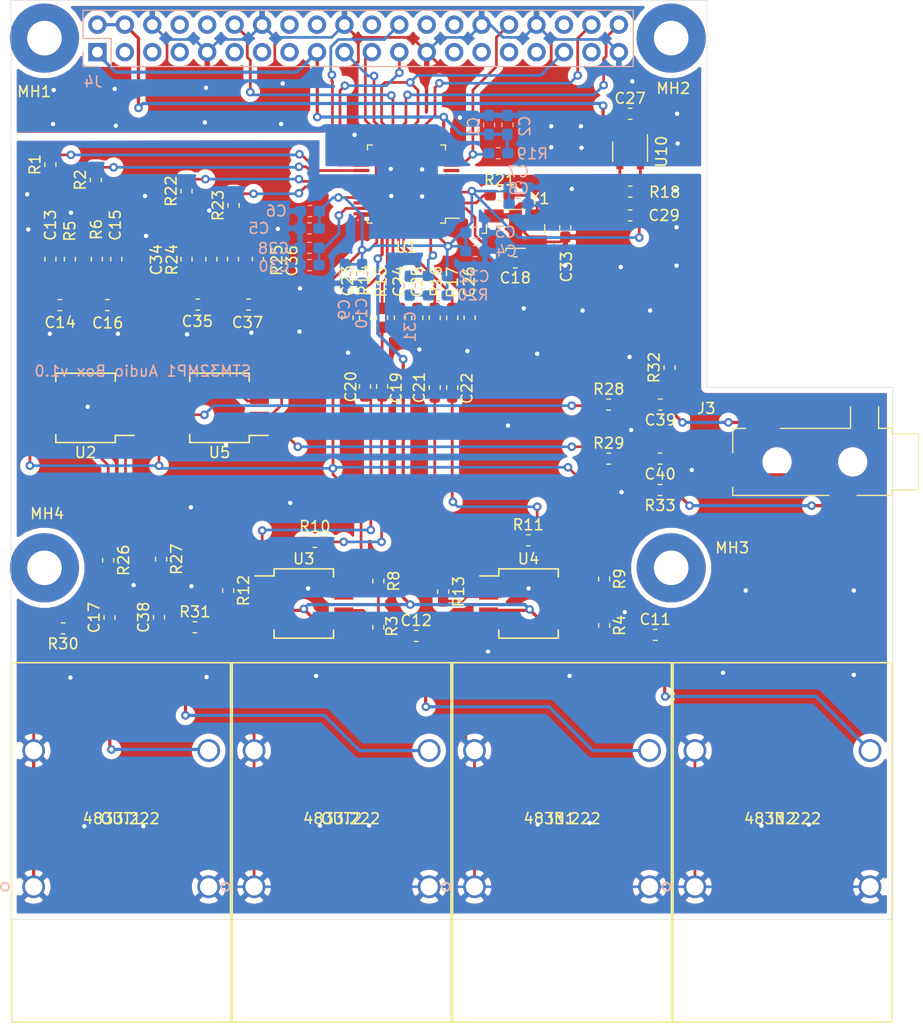
<source format=kicad_pcb>
(kicad_pcb (version 20171130) (host pcbnew "(5.1.5)-3")
  (layers (0 F.Cu signal) (31 B.Cu signal) (34 B.Paste user) (35 F.Paste user) (36 B.SilkS user hide) (37 F.SilkS user) (38 B.Mask user hide) (39 F.Mask user hide) (44 Edge.Cuts user))
  (net 0 "")
  (net 1 GND)
  (net 2 +5V)
  (net 3 +3V3)
  (net 4 /SAI_SCKA)
  (net 5 /SPI_MOSI)
  (net 6 /SPI_MISO)
  (net 7 /SPI_SCK)
  (net 8 /SPI_NSS)
  (net 9 /SAI_FSA)
  (net 10 /SAI_SDA)
  (net 11 /RST)
  (net 12 IN_2)
  (net 13 IN_1)
  (net 14 OUT_1)
  (net 15 OUT_2)
  (net 16 HPL)
  (net 17 HPR)
  (net 18 /SAI_SDB)
  (net 19 VDDA)
  (net 20 "Net-(C11-Pad1)")
  (net 21 "Net-(C13-Pad2)")
  (net 22 "Net-(C13-Pad1)")
  (net 23 "Net-(C14-Pad1)")
  (net 24 "Net-(C15-Pad2)")
  (net 25 "Net-(C15-Pad1)")
  (net 26 "Net-(C16-Pad1)")
  (net 27 "Net-(C17-Pad2)")
  (net 28 XI)
  (net 29 "Net-(C19-Pad2)")
  (net 30 "Net-(C19-Pad1)")
  (net 31 "Net-(C20-Pad2)")
  (net 32 "Net-(C20-Pad1)")
  (net 33 "Net-(C21-Pad2)")
  (net 34 "Net-(C21-Pad1)")
  (net 35 "Net-(C22-Pad2)")
  (net 36 "Net-(C22-Pad1)")
  (net 37 IN1LP)
  (net 38 IN1LN)
  (net 39 IN1RP)
  (net 40 IN1RN)
  (net 41 FILTR)
  (net 42 "Net-(C31-Pad2)")
  (net 43 LF)
  (net 44 "Net-(C33-Pad2)")
  (net 45 "Net-(C34-Pad2)")
  (net 46 "Net-(C34-Pad1)")
  (net 47 "Net-(C35-Pad1)")
  (net 48 "Net-(C36-Pad2)")
  (net 49 "Net-(C36-Pad1)")
  (net 50 "Net-(C37-Pad1)")
  (net 51 "Net-(C38-Pad2)")
  (net 52 "Net-(C39-Pad2)")
  (net 53 "Net-(C40-Pad2)")
  (net 54 OL_1)
  (net 55 OR_1)
  (net 56 ADC_CM)
  (net 57 "Net-(R3-Pad1)")
  (net 58 "Net-(R4-Pad1)")
  (net 59 "Net-(R10-Pad1)")
  (net 60 "Net-(R11-Pad1)")
  (net 61 "Net-(R18-Pad2)")
  (net 62 XO)
  (net 63 OL_2)
  (net 64 OR_2)
  (net 65 "Net-(C12-Pad1)")
  (module Crystal:Crystal_SMD_Abracon_ABM3B-4Pin_5.0x3.2mm (layer F.Cu) (at 86.1 41.15)
    (fp_text reference Y1 (at 2.25 -2.8) (layer F.SilkS))
    (fp_text value "12.288 MHz")
    (pad 4 smd rect (at -2 -1.2) (size 1.8 1.2) (layers F.Cu F.Paste F.Mask) (net 1 GND))
    (pad 3 smd rect (at 2 -1.2) (size 1.8 1.2) (layers F.Cu F.Paste F.Mask) (net 44 "Net-(C33-Pad2)"))
    (pad 2 smd rect (at 2 1.2) (size 1.8 1.2) (layers F.Cu F.Paste F.Mask) (net 1 GND))
    (pad 1 smd rect (at -2 1.2) (size 1.8 1.2) (layers F.Cu F.Paste F.Mask) (net 28 XI))
  )
  (module Package_SO:SO-8_5.3x6.2mm_P1.27mm (layer F.Cu) (at 66.5 75.8)
    (fp_text reference U3 (at 0 -4.13) (layer F.SilkS))
    (fp_text value TS912)
    (pad 8 smd rect (at 3.7 -1.905) (size 1.75 0.55) (layers F.Cu F.Paste F.Mask) (net 19 VDDA))
    (pad 7 smd rect (at 3.7 -0.635) (size 1.75 0.55) (layers F.Cu F.Paste F.Mask) (net 32 "Net-(C20-Pad1)"))
    (pad 6 smd rect (at 3.7 0.635) (size 1.75 0.55) (layers F.Cu F.Paste F.Mask) (net 57 "Net-(R3-Pad1)"))
    (pad 5 smd rect (at 3.7 1.905) (size 1.75 0.55) (layers F.Cu F.Paste F.Mask) (net 56 ADC_CM))
    (pad 4 smd rect (at -3.7 1.905) (size 1.75 0.55) (layers F.Cu F.Paste F.Mask) (net 1 GND))
    (pad 3 smd rect (at -3.7 0.635) (size 1.75 0.55) (layers F.Cu F.Paste F.Mask) (net 56 ADC_CM))
    (pad 2 smd rect (at -3.7 -0.635) (size 1.75 0.55) (layers F.Cu F.Paste F.Mask) (net 59 "Net-(R10-Pad1)"))
    (pad 1 smd rect (at -3.7 -1.905) (size 1.75 0.55) (layers F.Cu F.Paste F.Mask) (net 29 "Net-(C19-Pad2)"))
  )
  (module Resistor_SMD:R_0603_1608Metric_Pad1.05x0.95mm_HandSolder (layer F.Cu) (at 59.95 43.95 90)
    (fp_text reference R25 (at -0.1 4.05 270) (layer F.SilkS))
    (fp_text value 4.7K)
    (pad 2 smd roundrect (at 0.875 0 90) (size 1.05 0.95) (layers F.Cu F.Paste F.Mask) (net 48 "Net-(C36-Pad2)"))
    (pad 1 smd roundrect (at -0.875 0 90) (size 1.05 0.95) (layers F.Cu F.Paste F.Mask) (net 50 "Net-(C37-Pad1)"))
  )
  (module Resistor_SMD:R_0603_1608Metric_Pad1.05x0.95mm_HandSolder (layer F.Cu) (at 57.95 43.95 90)
    (fp_text reference R24 (at -0.05 -3.65 270) (layer F.SilkS))
    (fp_text value 4.7K)
    (pad 2 smd roundrect (at 0.875 0 90) (size 1.05 0.95) (layers F.Cu F.Paste F.Mask) (net 45 "Net-(C34-Pad2)"))
    (pad 1 smd roundrect (at -0.875 0 90) (size 1.05 0.95) (layers F.Cu F.Paste F.Mask) (net 47 "Net-(C35-Pad1)"))
  )
  (module Resistor_SMD:R_0603_1608Metric_Pad1.05x0.95mm_HandSolder (layer F.Cu) (at 44.85 43.95 90)
    (fp_text reference R5 (at 2.6 0 90) (layer F.SilkS))
    (fp_text value 4.7K)
    (pad 2 smd roundrect (at 0.875 0 90) (size 1.05 0.95) (layers F.Cu F.Paste F.Mask) (net 21 "Net-(C13-Pad2)"))
    (pad 1 smd roundrect (at -0.875 0 90) (size 1.05 0.95) (layers F.Cu F.Paste F.Mask) (net 23 "Net-(C14-Pad1)"))
  )
  (module Resistor_SMD:R_0603_1608Metric_Pad1.05x0.95mm_HandSolder (layer F.Cu) (at 47.35 43.95 90)
    (fp_text reference R6 (at 2.75 -0.05 90) (layer F.SilkS))
    (fp_text value 4.7K)
    (pad 2 smd roundrect (at 0.875 0 90) (size 1.05 0.95) (layers F.Cu F.Paste F.Mask) (net 24 "Net-(C15-Pad2)"))
    (pad 1 smd roundrect (at -0.875 0 90) (size 1.05 0.95) (layers F.Cu F.Paste F.Mask) (net 26 "Net-(C16-Pad1)"))
  )
  (module Capacitor_SMD:C_0603_1608Metric_Pad1.05x0.95mm_HandSolder (layer F.Cu) (at 61.4 48.15)
    (fp_text reference C37 (at -0.1 1.65 180) (layer F.SilkS))
    (fp_text value 270p)
    (pad 2 smd roundrect (at 0.875 0) (size 1.05 0.95) (layers F.Cu F.Paste F.Mask) (net 1 GND))
    (pad 1 smd roundrect (at -0.875 0) (size 1.05 0.95) (layers F.Cu F.Paste F.Mask) (net 50 "Net-(C37-Pad1)"))
  )
  (module Capacitor_SMD:C_0603_1608Metric_Pad1.05x0.95mm_HandSolder (layer F.Cu) (at 62.25 43.95 90)
    (fp_text reference C36 (at -0.15 3.15 270) (layer F.SilkS))
    (fp_text value 270p)
    (pad 2 smd roundrect (at 0.875 0 90) (size 1.05 0.95) (layers F.Cu F.Paste F.Mask) (net 48 "Net-(C36-Pad2)"))
    (pad 1 smd roundrect (at -0.875 0 90) (size 1.05 0.95) (layers F.Cu F.Paste F.Mask) (net 49 "Net-(C36-Pad1)"))
  )
  (module Capacitor_SMD:C_0603_1608Metric_Pad1.05x0.95mm_HandSolder (layer F.Cu) (at 56.7 48.15 180)
    (fp_text reference C35 (at 0.05 -1.55 180) (layer F.SilkS))
    (fp_text value 270p)
    (pad 2 smd roundrect (at 0.875 0 180) (size 1.05 0.95) (layers F.Cu F.Paste F.Mask) (net 1 GND))
    (pad 1 smd roundrect (at -0.875 0 180) (size 1.05 0.95) (layers F.Cu F.Paste F.Mask) (net 47 "Net-(C35-Pad1)"))
  )
  (module Capacitor_SMD:C_0603_1608Metric_Pad1.05x0.95mm_HandSolder (layer F.Cu) (at 55.65 43.95 90)
    (fp_text reference C34 (at -0.05 -2.8 270) (layer F.SilkS))
    (fp_text value 270p)
    (pad 2 smd roundrect (at 0.875 0 90) (size 1.05 0.95) (layers F.Cu F.Paste F.Mask) (net 45 "Net-(C34-Pad2)"))
    (pad 1 smd roundrect (at -0.875 0 90) (size 1.05 0.95) (layers F.Cu F.Paste F.Mask) (net 46 "Net-(C34-Pad1)"))
  )
  (module Capacitor_SMD:C_0603_1608Metric_Pad1.05x0.95mm_HandSolder (layer F.Cu) (at 48.325 48.2)
    (fp_text reference C16 (at 0.025 1.65) (layer F.SilkS))
    (fp_text value 270p)
    (pad 2 smd roundrect (at 0.875 0) (size 1.05 0.95) (layers F.Cu F.Paste F.Mask) (net 1 GND))
    (pad 1 smd roundrect (at -0.875 0) (size 1.05 0.95) (layers F.Cu F.Paste F.Mask) (net 26 "Net-(C16-Pad1)"))
  )
  (module Capacitor_SMD:C_0603_1608Metric_Pad1.05x0.95mm_HandSolder (layer F.Cu) (at 43.05 43.95 90)
    (fp_text reference C13 (at 3.15 0 90) (layer F.SilkS))
    (fp_text value 270p)
    (pad 2 smd roundrect (at 0.875 0 90) (size 1.05 0.95) (layers F.Cu F.Paste F.Mask) (net 21 "Net-(C13-Pad2)"))
    (pad 1 smd roundrect (at -0.875 0 90) (size 1.05 0.95) (layers F.Cu F.Paste F.Mask) (net 22 "Net-(C13-Pad1)"))
  )
  (module Capacitor_SMD:C_0603_1608Metric_Pad1.05x0.95mm_HandSolder (layer F.Cu) (at 43.925 48.2 180)
    (fp_text reference C14 (at -0.025 -1.6) (layer F.SilkS))
    (fp_text value 270p)
    (pad 2 smd roundrect (at 0.875 0 180) (size 1.05 0.95) (layers F.Cu F.Paste F.Mask) (net 1 GND))
    (pad 1 smd roundrect (at -0.875 0 180) (size 1.05 0.95) (layers F.Cu F.Paste F.Mask) (net 23 "Net-(C14-Pad1)"))
  )
  (module Capacitor_SMD:C_0603_1608Metric_Pad1.05x0.95mm_HandSolder (layer F.Cu) (at 49.15 43.95 90)
    (fp_text reference C15 (at 3.15 -0.1 90) (layer F.SilkS))
    (fp_text value 270p)
    (pad 2 smd roundrect (at 0.875 0 90) (size 1.05 0.95) (layers F.Cu F.Paste F.Mask) (net 24 "Net-(C15-Pad2)"))
    (pad 1 smd roundrect (at -0.875 0 90) (size 1.05 0.95) (layers F.Cu F.Paste F.Mask) (net 25 "Net-(C15-Pad1)"))
  )
  (module Package_QFP:LQFP-48_7x7mm_P0.5mm (layer F.Cu) (at 76 37 180)
    (fp_text reference U1 (at 0 -5.85) (layer F.SilkS))
    (fp_text value AD1938)
    (pad 48 smd roundrect (at -2.75 -4.1625 180) (size 0.3 1.475) (layers F.Cu F.Paste F.Mask) (net 19 VDDA))
    (pad 47 smd roundrect (at -2.25 -4.1625 180) (size 0.3 1.475) (layers F.Cu F.Paste F.Mask) (net 43 LF))
    (pad 46 smd roundrect (at -1.75 -4.1625 180) (size 0.3 1.475) (layers F.Cu F.Paste F.Mask))
    (pad 45 smd roundrect (at -1.25 -4.1625 180) (size 0.3 1.475) (layers F.Cu F.Paste F.Mask))
    (pad 44 smd roundrect (at -0.75 -4.1625 180) (size 0.3 1.475) (layers F.Cu F.Paste F.Mask))
    (pad 43 smd roundrect (at -0.25 -4.1625 180) (size 0.3 1.475) (layers F.Cu F.Paste F.Mask))
    (pad 42 smd roundrect (at 0.25 -4.1625 180) (size 0.3 1.475) (layers F.Cu F.Paste F.Mask) (net 40 IN1RN))
    (pad 41 smd roundrect (at 0.75 -4.1625 180) (size 0.3 1.475) (layers F.Cu F.Paste F.Mask) (net 39 IN1RP))
    (pad 40 smd roundrect (at 1.25 -4.1625 180) (size 0.3 1.475) (layers F.Cu F.Paste F.Mask) (net 38 IN1LN))
    (pad 39 smd roundrect (at 1.75 -4.1625 180) (size 0.3 1.475) (layers F.Cu F.Paste F.Mask) (net 37 IN1LP))
    (pad 38 smd roundrect (at 2.25 -4.1625 180) (size 0.3 1.475) (layers F.Cu F.Paste F.Mask) (net 56 ADC_CM))
    (pad 37 smd roundrect (at 2.75 -4.1625 180) (size 0.3 1.475) (layers F.Cu F.Paste F.Mask) (net 19 VDDA))
    (pad 36 smd roundrect (at 4.1625 -2.75 180) (size 1.475 0.3) (layers F.Cu F.Paste F.Mask) (net 1 GND))
    (pad 35 smd roundrect (at 4.1625 -2.25 180) (size 1.475 0.3) (layers F.Cu F.Paste F.Mask) (net 41 FILTR))
    (pad 34 smd roundrect (at 4.1625 -1.75 180) (size 1.475 0.3) (layers F.Cu F.Paste F.Mask) (net 1 GND))
    (pad 33 smd roundrect (at 4.1625 -1.25 180) (size 1.475 0.3) (layers F.Cu F.Paste F.Mask) (net 19 VDDA))
    (pad 32 smd roundrect (at 4.1625 -0.75 180) (size 1.475 0.3) (layers F.Cu F.Paste F.Mask) (net 1 GND))
    (pad 31 smd roundrect (at 4.1625 -0.25 180) (size 1.475 0.3) (layers F.Cu F.Paste F.Mask) (net 64 OR_2))
    (pad 30 smd roundrect (at 4.1625 0.25 180) (size 1.475 0.3) (layers F.Cu F.Paste F.Mask) (net 63 OL_2))
    (pad 29 smd roundrect (at 4.1625 0.75 180) (size 1.475 0.3) (layers F.Cu F.Paste F.Mask) (net 55 OR_1))
    (pad 28 smd roundrect (at 4.1625 1.25 180) (size 1.475 0.3) (layers F.Cu F.Paste F.Mask) (net 54 OL_1))
    (pad 27 smd roundrect (at 4.1625 1.75 180) (size 1.475 0.3) (layers F.Cu F.Paste F.Mask) (net 8 /SPI_NSS))
    (pad 26 smd roundrect (at 4.1625 2.25 180) (size 1.475 0.3) (layers F.Cu F.Paste F.Mask) (net 7 /SPI_SCK))
    (pad 25 smd roundrect (at 4.1625 2.75 180) (size 1.475 0.3) (layers F.Cu F.Paste F.Mask) (net 1 GND))
    (pad 24 smd roundrect (at 2.75 4.1625 180) (size 0.3 1.475) (layers F.Cu F.Paste F.Mask) (net 6 /SPI_MISO))
    (pad 23 smd roundrect (at 2.25 4.1625 180) (size 0.3 1.475) (layers F.Cu F.Paste F.Mask) (net 5 /SPI_MOSI))
    (pad 22 smd roundrect (at 1.75 4.1625 180) (size 0.3 1.475) (layers F.Cu F.Paste F.Mask) (net 9 /SAI_FSA))
    (pad 21 smd roundrect (at 1.25 4.1625 180) (size 0.3 1.475) (layers F.Cu F.Paste F.Mask) (net 4 /SAI_SCKA))
    (pad 20 smd roundrect (at 0.75 4.1625 180) (size 0.3 1.475) (layers F.Cu F.Paste F.Mask) (net 18 /SAI_SDB))
    (pad 19 smd roundrect (at 0.25 4.1625 180) (size 0.3 1.475) (layers F.Cu F.Paste F.Mask))
    (pad 18 smd roundrect (at -0.25 4.1625 180) (size 0.3 1.475) (layers F.Cu F.Paste F.Mask) (net 9 /SAI_FSA))
    (pad 17 smd roundrect (at -0.75 4.1625 180) (size 0.3 1.475) (layers F.Cu F.Paste F.Mask) (net 4 /SAI_SCKA))
    (pad 16 smd roundrect (at -1.25 4.1625 180) (size 0.3 1.475) (layers F.Cu F.Paste F.Mask) (net 10 /SAI_SDA))
    (pad 15 smd roundrect (at -1.75 4.1625 180) (size 0.3 1.475) (layers F.Cu F.Paste F.Mask))
    (pad 14 smd roundrect (at -2.25 4.1625 180) (size 0.3 1.475) (layers F.Cu F.Paste F.Mask))
    (pad 13 smd roundrect (at -2.75 4.1625 180) (size 0.3 1.475) (layers F.Cu F.Paste F.Mask) (net 3 +3V3))
    (pad 12 smd roundrect (at -4.1625 2.75 180) (size 1.475 0.3) (layers F.Cu F.Paste F.Mask) (net 1 GND))
    (pad 11 smd roundrect (at -4.1625 2.25 180) (size 1.475 0.3) (layers F.Cu F.Paste F.Mask))
    (pad 10 smd roundrect (at -4.1625 1.75 180) (size 1.475 0.3) (layers F.Cu F.Paste F.Mask) (net 11 /RST))
    (pad 9 smd roundrect (at -4.1625 1.25 180) (size 1.475 0.3) (layers F.Cu F.Paste F.Mask))
    (pad 8 smd roundrect (at -4.1625 0.75 180) (size 1.475 0.3) (layers F.Cu F.Paste F.Mask))
    (pad 7 smd roundrect (at -4.1625 0.25 180) (size 1.475 0.3) (layers F.Cu F.Paste F.Mask))
    (pad 6 smd roundrect (at -4.1625 -0.25 180) (size 1.475 0.3) (layers F.Cu F.Paste F.Mask))
    (pad 5 smd roundrect (at -4.1625 -0.75 180) (size 1.475 0.3) (layers F.Cu F.Paste F.Mask) (net 19 VDDA))
    (pad 4 smd roundrect (at -4.1625 -1.25 180) (size 1.475 0.3) (layers F.Cu F.Paste F.Mask) (net 1 GND))
    (pad 3 smd roundrect (at -4.1625 -1.75 180) (size 1.475 0.3) (layers F.Cu F.Paste F.Mask) (net 62 XO))
    (pad 2 smd roundrect (at -4.1625 -2.25 180) (size 1.475 0.3) (layers F.Cu F.Paste F.Mask) (net 28 XI))
    (pad 1 smd roundrect (at -4.1625 -2.75 180) (size 1.475 0.3) (layers F.Cu F.Paste F.Mask) (net 1 GND))
  )
  (module MountingHole:MountingHole_3.2mm_M3_Pad (layer F.Cu) (at 42.5 72.5)
    (fp_text reference MH4 (at 0.25 -5) (layer F.SilkS))
    (fp_text value MountingHole_3.2mm_M3_Pad)
    (pad 1 thru_hole circle (at 0 0) (size 6.4 6.4) (drill 3.2) (layers *.Cu *.Mask))
  )
  (module MountingHole:MountingHole_3.2mm_M3_Pad (layer F.Cu) (at 100.5 72.5)
    (fp_text reference MH3 (at 5.65 -1.85) (layer F.SilkS))
    (fp_text value MountingHole_3.2mm_M3_Pad)
    (pad 1 thru_hole circle (at 0 0) (size 6.4 6.4) (drill 3.2) (layers *.Cu *.Mask))
  )
  (module MountingHole:MountingHole_3.2mm_M3_Pad (layer F.Cu) (at 100.5 23.5)
    (fp_text reference MH2 (at 0.2 4.65) (layer F.SilkS))
    (fp_text value MountingHole_3.2mm_M3_Pad)
    (pad 1 thru_hole circle (at 0 0) (size 6.4 6.4) (drill 3.2) (layers *.Cu *.Mask))
  )
  (module MountingHole:MountingHole_3.2mm_M3_Pad (layer F.Cu) (at 42.5 23.5)
    (fp_text reference MH1 (at -0.95 4.95) (layer F.SilkS))
    (fp_text value MountingHole_3.2mm_M3_Pad)
    (pad 1 thru_hole circle (at 0 0) (size 6.4 6.4) (drill 3.2) (layers *.Cu *.Mask))
  )
  (module Resistor_SMD:R_0603_1608Metric_Pad1.05x0.95mm_HandSolder (layer F.Cu) (at 73.4 78 270)
    (fp_text reference R3 (at -0.1 -1.25 270) (layer F.SilkS))
    (fp_text value 2.2K)
    (pad 2 smd roundrect (at 0.875 0 270) (size 1.05 0.95) (layers F.Cu F.Paste F.Mask) (net 65 "Net-(C12-Pad1)"))
    (pad 1 smd roundrect (at -0.875 0 270) (size 1.05 0.95) (layers F.Cu F.Paste F.Mask) (net 57 "Net-(R3-Pad1)"))
  )
  (module Capacitor_SMD:C_0603_1608Metric_Pad1.05x0.95mm_HandSolder (layer F.Cu) (at 76.9 78.8)
    (fp_text reference C12 (at 0 -1.43) (layer F.SilkS))
    (fp_text value 22u)
    (pad 2 smd roundrect (at 0.875 0) (size 1.05 0.95) (layers F.Cu F.Paste F.Mask) (net 13 IN_1))
    (pad 1 smd roundrect (at -0.875 0) (size 1.05 0.95) (layers F.Cu F.Paste F.Mask) (net 65 "Net-(C12-Pad1)"))
  )
  (module "My Symbols:4833.222" (layer F.Cu) (at 102.7 102)
    (fp_text reference IN2 (at 8.099999 -6.3) (layer F.SilkS))
    (fp_text value 4833.222 (at 8.099999 -6.3) (layer F.SilkS))
    (pad F1 thru_hole circle (at 0 0) (size 2.1082 2.1082) (drill 1.6002) (layers *.Cu *.Mask) (net 1 GND))
    (pad S1 thru_hole circle (at 16.199998 0) (size 2.1082 2.1082) (drill 1.6002) (layers *.Cu *.Mask) (net 1 GND))
    (pad F2 thru_hole circle (at 0 -12.6) (size 2.1082 2.1082) (drill 1.6002) (layers *.Cu *.Mask) (net 1 GND))
    (pad S2 thru_hole circle (at 16.199998 -12.6) (size 2.1082 2.1082) (drill 1.6002) (layers *.Cu *.Mask) (net 12 IN_2))
  )
  (module "My Symbols:4833.222" (layer F.Cu) (at 61.9 102)
    (fp_text reference OUT2 (at 8.099999 -6.3) (layer F.SilkS))
    (fp_text value 4833.222 (at 8.099999 -6.3) (layer F.SilkS))
    (pad F1 thru_hole circle (at 0 0) (size 2.1082 2.1082) (drill 1.6002) (layers *.Cu *.Mask) (net 1 GND))
    (pad S1 thru_hole circle (at 16.199998 0) (size 2.1082 2.1082) (drill 1.6002) (layers *.Cu *.Mask) (net 1 GND))
    (pad F2 thru_hole circle (at 0 -12.6) (size 2.1082 2.1082) (drill 1.6002) (layers *.Cu *.Mask) (net 1 GND))
    (pad S2 thru_hole circle (at 16.199998 -12.6) (size 2.1082 2.1082) (drill 1.6002) (layers *.Cu *.Mask) (net 15 OUT_2))
  )
  (module "My Symbols:4833.222" (layer F.Cu) (at 41.5 102)
    (fp_text reference OUT1 (at 8.099999 -6.3) (layer F.SilkS))
    (fp_text value 4833.222 (at 8.099999 -6.3) (layer F.SilkS))
    (pad F1 thru_hole circle (at 0 0) (size 2.1082 2.1082) (drill 1.6002) (layers *.Cu *.Mask) (net 1 GND))
    (pad S1 thru_hole circle (at 16.199998 0) (size 2.1082 2.1082) (drill 1.6002) (layers *.Cu *.Mask) (net 1 GND))
    (pad F2 thru_hole circle (at 0 -12.6) (size 2.1082 2.1082) (drill 1.6002) (layers *.Cu *.Mask) (net 1 GND))
    (pad S2 thru_hole circle (at 16.199998 -12.6) (size 2.1082 2.1082) (drill 1.6002) (layers *.Cu *.Mask) (net 14 OUT_1))
  )
  (module "My Symbols:4833.222" (layer F.Cu) (at 82.3 102)
    (fp_text reference IN1 (at 8.099999 -6.3) (layer F.SilkS))
    (fp_text value 4833.222 (at 8.099999 -6.3) (layer F.SilkS))
    (pad F1 thru_hole circle (at 0 0) (size 2.1082 2.1082) (drill 1.6002) (layers *.Cu *.Mask) (net 1 GND))
    (pad S1 thru_hole circle (at 16.199998 0) (size 2.1082 2.1082) (drill 1.6002) (layers *.Cu *.Mask) (net 1 GND))
    (pad F2 thru_hole circle (at 0 -12.6) (size 2.1082 2.1082) (drill 1.6002) (layers *.Cu *.Mask) (net 1 GND))
    (pad S2 thru_hole circle (at 16.199998 -12.6) (size 2.1082 2.1082) (drill 1.6002) (layers *.Cu *.Mask) (net 13 IN_1))
  )
  (module Connector_Audio:Jack_3.5mm_CUI_SJ-3524-SMT_Horizontal (layer F.Cu) (at 114.8 62.7 270)
    (fp_text reference J3 (at -4.95 11.05) (layer F.SilkS))
    (fp_text value AudioJack3_SwitchT)
    (pad "" np_thru_hole circle (at 0 4.5 270) (size 1.7 1.7) (drill 1.7) (layers *.Cu *.Mask))
    (pad "" np_thru_hole circle (at 0 -2.5 270) (size 1.7 1.7) (drill 1.7) (layers *.Cu *.Mask))
    (pad T smd rect (at -3.7 5.8 270) (size 2.8 2.8) (layers F.Cu F.Paste F.Mask) (net 16 HPL))
    (pad TN smd rect (at 0.75 9.8 270) (size 2.8 2.6) (layers F.Cu F.Paste F.Mask) (net 1 GND))
    (pad S smd rect (at -3.7 -3.6 270) (size 2.8 2.2) (layers F.Cu F.Paste F.Mask) (net 1 GND))
    (pad R smd rect (at 3.7 -1.6 270) (size 2.8 2.2) (layers F.Cu F.Paste F.Mask) (net 17 HPR))
  )
  (module Package_TO_SOT_SMD:SOT-23-5 (layer F.Cu) (at 96.7 34 270)
    (fp_text reference U10 (at 0 -2.9 90) (layer F.SilkS))
    (fp_text value LDLN030)
    (pad 5 smd rect (at 1.1 -0.95 270) (size 1.06 0.65) (layers F.Cu F.Paste F.Mask) (net 19 VDDA))
    (pad 4 smd rect (at 1.1 0.95 270) (size 1.06 0.65) (layers F.Cu F.Paste F.Mask) (net 61 "Net-(R18-Pad2)"))
    (pad 3 smd rect (at -1.1 0.95 270) (size 1.06 0.65) (layers F.Cu F.Paste F.Mask) (net 2 +5V))
    (pad 2 smd rect (at -1.1 0 270) (size 1.06 0.65) (layers F.Cu F.Paste F.Mask) (net 1 GND))
    (pad 1 smd rect (at -1.1 -0.95 270) (size 1.06 0.65) (layers F.Cu F.Paste F.Mask) (net 2 +5V))
  )
  (module Package_SO:SO-8_5.3x6.2mm_P1.27mm (layer F.Cu) (at 58.7 57.705 180)
    (fp_text reference U5 (at 0 -4.13) (layer F.SilkS))
    (fp_text value TS912)
    (pad 8 smd rect (at 3.7 -1.905 180) (size 1.75 0.55) (layers F.Cu F.Paste F.Mask) (net 19 VDDA))
    (pad 7 smd rect (at 3.7 -0.635 180) (size 1.75 0.55) (layers F.Cu F.Paste F.Mask) (net 46 "Net-(C34-Pad1)"))
    (pad 6 smd rect (at 3.7 0.635 180) (size 1.75 0.55) (layers F.Cu F.Paste F.Mask) (net 46 "Net-(C34-Pad1)"))
    (pad 5 smd rect (at 3.7 1.905 180) (size 1.75 0.55) (layers F.Cu F.Paste F.Mask) (net 47 "Net-(C35-Pad1)"))
    (pad 4 smd rect (at -3.7 1.905 180) (size 1.75 0.55) (layers F.Cu F.Paste F.Mask) (net 1 GND))
    (pad 3 smd rect (at -3.7 0.635 180) (size 1.75 0.55) (layers F.Cu F.Paste F.Mask) (net 50 "Net-(C37-Pad1)"))
    (pad 2 smd rect (at -3.7 -0.635 180) (size 1.75 0.55) (layers F.Cu F.Paste F.Mask) (net 49 "Net-(C36-Pad1)"))
    (pad 1 smd rect (at -3.7 -1.905 180) (size 1.75 0.55) (layers F.Cu F.Paste F.Mask) (net 49 "Net-(C36-Pad1)"))
  )
  (module Package_SO:SO-8_5.3x6.2mm_P1.27mm (layer F.Cu) (at 87.3 75.8)
    (fp_text reference U4 (at 0 -4.13) (layer F.SilkS))
    (fp_text value TS912)
    (pad 8 smd rect (at 3.7 -1.905) (size 1.75 0.55) (layers F.Cu F.Paste F.Mask) (net 19 VDDA))
    (pad 7 smd rect (at 3.7 -0.635) (size 1.75 0.55) (layers F.Cu F.Paste F.Mask) (net 36 "Net-(C22-Pad1)"))
    (pad 6 smd rect (at 3.7 0.635) (size 1.75 0.55) (layers F.Cu F.Paste F.Mask) (net 58 "Net-(R4-Pad1)"))
    (pad 5 smd rect (at 3.7 1.905) (size 1.75 0.55) (layers F.Cu F.Paste F.Mask) (net 56 ADC_CM))
    (pad 4 smd rect (at -3.7 1.905) (size 1.75 0.55) (layers F.Cu F.Paste F.Mask) (net 1 GND))
    (pad 3 smd rect (at -3.7 0.635) (size 1.75 0.55) (layers F.Cu F.Paste F.Mask) (net 56 ADC_CM))
    (pad 2 smd rect (at -3.7 -0.635) (size 1.75 0.55) (layers F.Cu F.Paste F.Mask) (net 60 "Net-(R11-Pad1)"))
    (pad 1 smd rect (at -3.7 -1.905) (size 1.75 0.55) (layers F.Cu F.Paste F.Mask) (net 34 "Net-(C21-Pad1)"))
  )
  (module Package_SO:SO-8_5.3x6.2mm_P1.27mm (layer F.Cu) (at 46.3 57.705 180)
    (fp_text reference U2 (at 0 -4.13) (layer F.SilkS))
    (fp_text value TS912)
    (pad 8 smd rect (at 3.7 -1.905 180) (size 1.75 0.55) (layers F.Cu F.Paste F.Mask) (net 19 VDDA))
    (pad 7 smd rect (at 3.7 -0.635 180) (size 1.75 0.55) (layers F.Cu F.Paste F.Mask) (net 22 "Net-(C13-Pad1)"))
    (pad 6 smd rect (at 3.7 0.635 180) (size 1.75 0.55) (layers F.Cu F.Paste F.Mask) (net 22 "Net-(C13-Pad1)"))
    (pad 5 smd rect (at 3.7 1.905 180) (size 1.75 0.55) (layers F.Cu F.Paste F.Mask) (net 23 "Net-(C14-Pad1)"))
    (pad 4 smd rect (at -3.7 1.905 180) (size 1.75 0.55) (layers F.Cu F.Paste F.Mask) (net 1 GND))
    (pad 3 smd rect (at -3.7 0.635 180) (size 1.75 0.55) (layers F.Cu F.Paste F.Mask) (net 26 "Net-(C16-Pad1)"))
    (pad 2 smd rect (at -3.7 -0.635 180) (size 1.75 0.55) (layers F.Cu F.Paste F.Mask) (net 25 "Net-(C15-Pad1)"))
    (pad 1 smd rect (at -3.7 -1.905 180) (size 1.75 0.55) (layers F.Cu F.Paste F.Mask) (net 25 "Net-(C15-Pad1)"))
  )
  (module Resistor_SMD:R_0603_1608Metric_Pad1.05x0.95mm_HandSolder (layer F.Cu) (at 99.475 65.3 180)
    (fp_text reference R33 (at 0 -1.43 180) (layer F.SilkS))
    (fp_text value 100K)
    (pad 2 smd roundrect (at 0.875 0 180) (size 1.05 0.95) (layers F.Cu F.Paste F.Mask) (net 1 GND))
    (pad 1 smd roundrect (at -0.875 0 180) (size 1.05 0.95) (layers F.Cu F.Paste F.Mask) (net 17 HPR))
  )
  (module Resistor_SMD:R_0603_1608Metric_Pad1.05x0.95mm_HandSolder (layer F.Cu) (at 100.35 53.975 90)
    (fp_text reference R32 (at 0 -1.43 270) (layer F.SilkS))
    (fp_text value 100K)
    (pad 2 smd roundrect (at 0.875 0 90) (size 1.05 0.95) (layers F.Cu F.Paste F.Mask) (net 1 GND))
    (pad 1 smd roundrect (at -0.875 0 90) (size 1.05 0.95) (layers F.Cu F.Paste F.Mask) (net 16 HPL))
  )
  (module Resistor_SMD:R_0603_1608Metric_Pad1.05x0.95mm_HandSolder (layer F.Cu) (at 56.425 78)
    (fp_text reference R31 (at 0 -1.43) (layer F.SilkS))
    (fp_text value 100K)
    (pad 2 smd roundrect (at 0.875 0) (size 1.05 0.95) (layers F.Cu F.Paste F.Mask) (net 1 GND))
    (pad 1 smd roundrect (at -0.875 0) (size 1.05 0.95) (layers F.Cu F.Paste F.Mask) (net 15 OUT_2))
  )
  (module Resistor_SMD:R_0603_1608Metric_Pad1.05x0.95mm_HandSolder (layer F.Cu) (at 44.225 78.1 180)
    (fp_text reference R30 (at 0 -1.43) (layer F.SilkS))
    (fp_text value 100K)
    (pad 2 smd roundrect (at 0.875 0 180) (size 1.05 0.95) (layers F.Cu F.Paste F.Mask) (net 1 GND))
    (pad 1 smd roundrect (at -0.875 0 180) (size 1.05 0.95) (layers F.Cu F.Paste F.Mask) (net 14 OUT_1))
  )
  (module Resistor_SMD:R_0603_1608Metric_Pad1.05x0.95mm_HandSolder (layer F.Cu) (at 94.725 62.4)
    (fp_text reference R29 (at 0 -1.43) (layer F.SilkS))
    (fp_text value 301)
    (pad 2 smd roundrect (at 0.875 0) (size 1.05 0.95) (layers F.Cu F.Paste F.Mask) (net 53 "Net-(C40-Pad2)"))
    (pad 1 smd roundrect (at -0.875 0) (size 1.05 0.95) (layers F.Cu F.Paste F.Mask) (net 49 "Net-(C36-Pad1)"))
  )
  (module Resistor_SMD:R_0603_1608Metric_Pad1.05x0.95mm_HandSolder (layer F.Cu) (at 94.725 57.4)
    (fp_text reference R28 (at 0 -1.43) (layer F.SilkS))
    (fp_text value 301)
    (pad 2 smd roundrect (at 0.875 0) (size 1.05 0.95) (layers F.Cu F.Paste F.Mask) (net 52 "Net-(C39-Pad2)"))
    (pad 1 smd roundrect (at -0.875 0) (size 1.05 0.95) (layers F.Cu F.Paste F.Mask) (net 46 "Net-(C34-Pad1)"))
  )
  (module Resistor_SMD:R_0603_1608Metric_Pad1.05x0.95mm_HandSolder (layer F.Cu) (at 53.3 71.7 270)
    (fp_text reference R27 (at 0 -1.43 90) (layer F.SilkS))
    (fp_text value 301)
    (pad 2 smd roundrect (at 0.875 0 270) (size 1.05 0.95) (layers F.Cu F.Paste F.Mask) (net 51 "Net-(C38-Pad2)"))
    (pad 1 smd roundrect (at -0.875 0 270) (size 1.05 0.95) (layers F.Cu F.Paste F.Mask) (net 25 "Net-(C15-Pad1)"))
  )
  (module Resistor_SMD:R_0603_1608Metric_Pad1.05x0.95mm_HandSolder (layer F.Cu) (at 48.4 71.8 270)
    (fp_text reference R26 (at 0 -1.43 90) (layer F.SilkS))
    (fp_text value 301)
    (pad 2 smd roundrect (at 0.875 0 270) (size 1.05 0.95) (layers F.Cu F.Paste F.Mask) (net 27 "Net-(C17-Pad2)"))
    (pad 1 smd roundrect (at -0.875 0 270) (size 1.05 0.95) (layers F.Cu F.Paste F.Mask) (net 22 "Net-(C13-Pad1)"))
  )
  (module Resistor_SMD:R_0603_1608Metric_Pad1.05x0.95mm_HandSolder (layer F.Cu) (at 60 38.975 90)
    (fp_text reference R23 (at 0 -1.43 270) (layer F.SilkS))
    (fp_text value 4.7K)
    (pad 2 smd roundrect (at 0.875 0 90) (size 1.05 0.95) (layers F.Cu F.Paste F.Mask) (net 64 OR_2))
    (pad 1 smd roundrect (at -0.875 0 90) (size 1.05 0.95) (layers F.Cu F.Paste F.Mask) (net 48 "Net-(C36-Pad2)"))
  )
  (module Resistor_SMD:R_0603_1608Metric_Pad1.05x0.95mm_HandSolder (layer F.Cu) (at 55.65 37.65 90)
    (fp_text reference R22 (at 0 -1.43 270) (layer F.SilkS))
    (fp_text value 4.7K)
    (pad 2 smd roundrect (at 0.875 0 90) (size 1.05 0.95) (layers F.Cu F.Paste F.Mask) (net 63 OL_2))
    (pad 1 smd roundrect (at -0.875 0 90) (size 1.05 0.95) (layers F.Cu F.Paste F.Mask) (net 45 "Net-(C34-Pad2)"))
  )
  (module Resistor_SMD:R_0603_1608Metric_Pad1.05x0.95mm_HandSolder (layer F.Cu) (at 84.625 38.05)
    (fp_text reference R21 (at 0 -1.43) (layer F.SilkS))
    (fp_text value 50)
    (pad 2 smd roundrect (at 0.875 0) (size 1.05 0.95) (layers F.Cu F.Paste F.Mask) (net 44 "Net-(C33-Pad2)"))
    (pad 1 smd roundrect (at -0.875 0) (size 1.05 0.95) (layers F.Cu F.Paste F.Mask) (net 62 XO))
  )
  (module Resistor_SMD:R_0603_1608Metric_Pad1.05x0.95mm_HandSolder (layer B.Cu) (at 78.9 47.3 180)
    (fp_text reference R20 (at -3.25 0.05 180) (layer B.SilkS) (effects (justify mirror)))
    (fp_text value 3.32K)
    (pad 2 smd roundrect (at 0.875 0 180) (size 1.05 0.95) (layers B.Cu B.Paste B.Mask) (net 42 "Net-(C31-Pad2)"))
    (pad 1 smd roundrect (at -0.875 0 180) (size 1.05 0.95) (layers B.Cu B.Paste B.Mask) (net 19 VDDA))
  )
  (module Resistor_SMD:R_0603_1608Metric_Pad1.05x0.95mm_HandSolder (layer B.Cu) (at 84.5 34.15 180)
    (fp_text reference R19 (at -3.15 -0.05 180) (layer B.SilkS) (effects (justify mirror)))
    (fp_text value 100K)
    (pad 2 smd roundrect (at 0.875 0 180) (size 1.05 0.95) (layers B.Cu B.Paste B.Mask) (net 11 /RST))
    (pad 1 smd roundrect (at -0.875 0 180) (size 1.05 0.95) (layers B.Cu B.Paste B.Mask) (net 3 +3V3))
  )
  (module Resistor_SMD:R_0603_1608Metric_Pad1.05x0.95mm_HandSolder (layer F.Cu) (at 96.7 37.7 180)
    (fp_text reference R18 (at -3.2 -0.05) (layer F.SilkS))
    (fp_text value 100K)
    (pad 2 smd roundrect (at 0.875 0 180) (size 1.05 0.95) (layers F.Cu F.Paste F.Mask) (net 61 "Net-(R18-Pad2)"))
    (pad 1 smd roundrect (at -0.875 0 180) (size 1.05 0.95) (layers F.Cu F.Paste F.Mask) (net 19 VDDA))
  )
  (module Resistor_SMD:R_0603_1608Metric_Pad1.05x0.95mm_HandSolder (layer F.Cu) (at 80.23571 49.375 270)
    (fp_text reference R17 (at -3.275 -0.01429 90) (layer F.SilkS))
    (fp_text value 100)
    (pad 2 smd roundrect (at 0.875 0 270) (size 1.05 0.95) (layers F.Cu F.Paste F.Mask) (net 35 "Net-(C22-Pad2)"))
    (pad 1 smd roundrect (at -0.875 0 270) (size 1.05 0.95) (layers F.Cu F.Paste F.Mask) (net 40 IN1RN))
  )
  (module Resistor_SMD:R_0603_1608Metric_Pad1.05x0.95mm_HandSolder (layer F.Cu) (at 78.621425 49.375 270)
    (fp_text reference R16 (at -3.375 -0.128575 90) (layer F.SilkS))
    (fp_text value 100)
    (pad 2 smd roundrect (at 0.875 0 270) (size 1.05 0.95) (layers F.Cu F.Paste F.Mask) (net 33 "Net-(C21-Pad2)"))
    (pad 1 smd roundrect (at -0.875 0 270) (size 1.05 0.95) (layers F.Cu F.Paste F.Mask) (net 39 IN1RP))
  )
  (module Resistor_SMD:R_0603_1608Metric_Pad1.05x0.95mm_HandSolder (layer F.Cu) (at 73.75 49.375 270)
    (fp_text reference R15 (at -3.325 0.1 90) (layer F.SilkS))
    (fp_text value 100)
    (pad 2 smd roundrect (at 0.875 0 270) (size 1.05 0.95) (layers F.Cu F.Paste F.Mask) (net 31 "Net-(C20-Pad2)"))
    (pad 1 smd roundrect (at -0.875 0 270) (size 1.05 0.95) (layers F.Cu F.Paste F.Mask) (net 38 IN1LN))
  )
  (module Resistor_SMD:R_0603_1608Metric_Pad1.05x0.95mm_HandSolder (layer F.Cu) (at 72.164285 49.375 270)
    (fp_text reference R14 (at -3.475 0.064285 90) (layer F.SilkS))
    (fp_text value 100)
    (pad 2 smd roundrect (at 0.875 0 270) (size 1.05 0.95) (layers F.Cu F.Paste F.Mask) (net 30 "Net-(C19-Pad1)"))
    (pad 1 smd roundrect (at -0.875 0 270) (size 1.05 0.95) (layers F.Cu F.Paste F.Mask) (net 37 IN1LP))
  )
  (module Resistor_SMD:R_0603_1608Metric_Pad1.05x0.95mm_HandSolder (layer F.Cu) (at 79.4 74.7 270)
    (fp_text reference R13 (at 0 -1.43 90) (layer F.SilkS))
    (fp_text value 4.7K)
    (pad 2 smd roundrect (at 0.875 0 270) (size 1.05 0.95) (layers F.Cu F.Paste F.Mask) (net 60 "Net-(R11-Pad1)"))
    (pad 1 smd roundrect (at -0.875 0 270) (size 1.05 0.95) (layers F.Cu F.Paste F.Mask) (net 34 "Net-(C21-Pad1)"))
  )
  (module Resistor_SMD:R_0603_1608Metric_Pad1.05x0.95mm_HandSolder (layer F.Cu) (at 59.5 74.6 270)
    (fp_text reference R12 (at 0 -1.43 90) (layer F.SilkS))
    (fp_text value 4.7K)
    (pad 2 smd roundrect (at 0.875 0 270) (size 1.05 0.95) (layers F.Cu F.Paste F.Mask) (net 59 "Net-(R10-Pad1)"))
    (pad 1 smd roundrect (at -0.875 0 270) (size 1.05 0.95) (layers F.Cu F.Paste F.Mask) (net 29 "Net-(C19-Pad2)"))
  )
  (module Resistor_SMD:R_0603_1608Metric_Pad1.05x0.95mm_HandSolder (layer F.Cu) (at 87.275 69.95)
    (fp_text reference R11 (at 0 -1.43) (layer F.SilkS))
    (fp_text value 4.7K)
    (pad 2 smd roundrect (at 0.875 0) (size 1.05 0.95) (layers F.Cu F.Paste F.Mask) (net 36 "Net-(C22-Pad1)"))
    (pad 1 smd roundrect (at -0.875 0) (size 1.05 0.95) (layers F.Cu F.Paste F.Mask) (net 60 "Net-(R11-Pad1)"))
  )
  (module Resistor_SMD:R_0603_1608Metric_Pad1.05x0.95mm_HandSolder (layer F.Cu) (at 67.525 70.1)
    (fp_text reference R10 (at 0 -1.43) (layer F.SilkS))
    (fp_text value 4.7K)
    (pad 2 smd roundrect (at 0.875 0) (size 1.05 0.95) (layers F.Cu F.Paste F.Mask) (net 32 "Net-(C20-Pad1)"))
    (pad 1 smd roundrect (at -0.875 0) (size 1.05 0.95) (layers F.Cu F.Paste F.Mask) (net 59 "Net-(R10-Pad1)"))
  )
  (module Resistor_SMD:R_0603_1608Metric_Pad1.05x0.95mm_HandSolder (layer F.Cu) (at 94.3 73.525 270)
    (fp_text reference R9 (at 0 -1.43 90) (layer F.SilkS))
    (fp_text value 4.7K)
    (pad 2 smd roundrect (at 0.875 0 270) (size 1.05 0.95) (layers F.Cu F.Paste F.Mask) (net 58 "Net-(R4-Pad1)"))
    (pad 1 smd roundrect (at -0.875 0 270) (size 1.05 0.95) (layers F.Cu F.Paste F.Mask) (net 36 "Net-(C22-Pad1)"))
  )
  (module Resistor_SMD:R_0603_1608Metric_Pad1.05x0.95mm_HandSolder (layer F.Cu) (at 73.4 73.725 270)
    (fp_text reference R8 (at 0 -1.43 90) (layer F.SilkS))
    (fp_text value 4.7K)
    (pad 2 smd roundrect (at 0.875 0 270) (size 1.05 0.95) (layers F.Cu F.Paste F.Mask) (net 57 "Net-(R3-Pad1)"))
    (pad 1 smd roundrect (at -0.875 0 270) (size 1.05 0.95) (layers F.Cu F.Paste F.Mask) (net 32 "Net-(C20-Pad1)"))
  )
  (module Resistor_SMD:R_0603_1608Metric_Pad1.05x0.95mm_HandSolder (layer F.Cu) (at 94.3 77.825 270)
    (fp_text reference R4 (at 0 -1.43 90) (layer F.SilkS))
    (fp_text value 2.2K)
    (pad 2 smd roundrect (at 0.875 0 270) (size 1.05 0.95) (layers F.Cu F.Paste F.Mask) (net 20 "Net-(C11-Pad1)"))
    (pad 1 smd roundrect (at -0.875 0 270) (size 1.05 0.95) (layers F.Cu F.Paste F.Mask) (net 58 "Net-(R4-Pad1)"))
  )
  (module Resistor_SMD:R_0603_1608Metric_Pad1.05x0.95mm_HandSolder (layer F.Cu) (at 47.25 36.625 90)
    (fp_text reference R2 (at 0 -1.43 90) (layer F.SilkS))
    (fp_text value 4.7K)
    (pad 2 smd roundrect (at 0.875 0 90) (size 1.05 0.95) (layers F.Cu F.Paste F.Mask) (net 55 OR_1))
    (pad 1 smd roundrect (at -0.875 0 90) (size 1.05 0.95) (layers F.Cu F.Paste F.Mask) (net 24 "Net-(C15-Pad2)"))
  )
  (module Resistor_SMD:R_0603_1608Metric_Pad1.05x0.95mm_HandSolder (layer F.Cu) (at 43.05 35.2 90)
    (fp_text reference R1 (at 0 -1.43 90) (layer F.SilkS))
    (fp_text value 4.7K)
    (pad 2 smd roundrect (at 0.875 0 90) (size 1.05 0.95) (layers F.Cu F.Paste F.Mask) (net 54 OL_1))
    (pad 1 smd roundrect (at -0.875 0 90) (size 1.05 0.95) (layers F.Cu F.Paste F.Mask) (net 21 "Net-(C13-Pad2)"))
  )
  (module Capacitor_SMD:C_0603_1608Metric_Pad1.05x0.95mm_HandSolder (layer F.Cu) (at 99.475 62.4 180)
    (fp_text reference C40 (at 0 -1.43) (layer F.SilkS))
    (fp_text value 4.7u)
    (pad 2 smd roundrect (at 0.875 0 180) (size 1.05 0.95) (layers F.Cu F.Paste F.Mask) (net 53 "Net-(C40-Pad2)"))
    (pad 1 smd roundrect (at -0.875 0 180) (size 1.05 0.95) (layers F.Cu F.Paste F.Mask) (net 17 HPR))
  )
  (module Capacitor_SMD:C_0603_1608Metric_Pad1.05x0.95mm_HandSolder (layer F.Cu) (at 99.5 57.4 180)
    (fp_text reference C39 (at 0 -1.43) (layer F.SilkS))
    (fp_text value 4.7u)
    (pad 2 smd roundrect (at 0.875 0 180) (size 1.05 0.95) (layers F.Cu F.Paste F.Mask) (net 52 "Net-(C39-Pad2)"))
    (pad 1 smd roundrect (at -0.875 0 180) (size 1.05 0.95) (layers F.Cu F.Paste F.Mask) (net 16 HPL))
  )
  (module Capacitor_SMD:C_0603_1608Metric_Pad1.05x0.95mm_HandSolder (layer F.Cu) (at 53.1 77.075 90)
    (fp_text reference C38 (at 0 -1.43 90) (layer F.SilkS))
    (fp_text value 4.7u)
    (pad 2 smd roundrect (at 0.875 0 90) (size 1.05 0.95) (layers F.Cu F.Paste F.Mask) (net 51 "Net-(C38-Pad2)"))
    (pad 1 smd roundrect (at -0.875 0 90) (size 1.05 0.95) (layers F.Cu F.Paste F.Mask) (net 15 OUT_2))
  )
  (module Capacitor_SMD:C_0603_1608Metric_Pad1.05x0.95mm_HandSolder (layer F.Cu) (at 90.7 41.025 90)
    (fp_text reference C33 (at -3.625 0.1 90) (layer F.SilkS))
    (fp_text value 22p)
    (pad 2 smd roundrect (at 0.875 0 90) (size 1.05 0.95) (layers F.Cu F.Paste F.Mask) (net 44 "Net-(C33-Pad2)"))
    (pad 1 smd roundrect (at -0.875 0 90) (size 1.05 0.95) (layers F.Cu F.Paste F.Mask) (net 1 GND))
  )
  (module Capacitor_SMD:C_0603_1608Metric_Pad1.05x0.95mm_HandSolder (layer B.Cu) (at 78.9 45.5)
    (fp_text reference C32 (at 3.35 0.05) (layer B.SilkS) (effects (justify mirror)))
    (fp_text value 2.2n)
    (pad 2 smd roundrect (at 0.875 0) (size 1.05 0.95) (layers B.Cu B.Paste B.Mask) (net 19 VDDA))
    (pad 1 smd roundrect (at -0.875 0) (size 1.05 0.95) (layers B.Cu B.Paste B.Mask) (net 43 LF))
  )
  (module Capacitor_SMD:C_0603_1608Metric_Pad1.05x0.95mm_HandSolder (layer B.Cu) (at 76.3 46.4 270)
    (fp_text reference C31 (at 3.8 -0.05 90) (layer B.SilkS) (effects (justify mirror)))
    (fp_text value 0.039u)
    (pad 2 smd roundrect (at 0.875 0 270) (size 1.05 0.95) (layers B.Cu B.Paste B.Mask) (net 42 "Net-(C31-Pad2)"))
    (pad 1 smd roundrect (at -0.875 0 270) (size 1.05 0.95) (layers B.Cu B.Paste B.Mask) (net 43 LF))
  )
  (module Capacitor_SMD:C_0603_1608Metric_Pad1.05x0.95mm_HandSolder (layer B.Cu) (at 67.025 44.5)
    (fp_text reference C30 (at -3.275 0.1) (layer B.SilkS) (effects (justify mirror)))
    (fp_text value 100n)
    (pad 2 smd roundrect (at 0.875 0) (size 1.05 0.95) (layers B.Cu B.Paste B.Mask) (net 41 FILTR))
    (pad 1 smd roundrect (at -0.875 0) (size 1.05 0.95) (layers B.Cu B.Paste B.Mask) (net 1 GND))
  )
  (module Capacitor_SMD:C_0603_1608Metric_Pad1.05x0.95mm_HandSolder (layer F.Cu) (at 96.7 39.9)
    (fp_text reference C29 (at 3.15 0) (layer F.SilkS))
    (fp_text value 1u)
    (pad 2 smd roundrect (at 0.875 0) (size 1.05 0.95) (layers F.Cu F.Paste F.Mask) (net 19 VDDA))
    (pad 1 smd roundrect (at -0.875 0) (size 1.05 0.95) (layers F.Cu F.Paste F.Mask) (net 1 GND))
  )
  (module Capacitor_SMD:C_0603_1608Metric_Pad1.05x0.95mm_HandSolder (layer B.Cu) (at 67.025 42.9)
    (fp_text reference C28 (at -3.325 0.05) (layer B.SilkS) (effects (justify mirror)))
    (fp_text value 10u)
    (pad 2 smd roundrect (at 0.875 0) (size 1.05 0.95) (layers B.Cu B.Paste B.Mask) (net 41 FILTR))
    (pad 1 smd roundrect (at -0.875 0) (size 1.05 0.95) (layers B.Cu B.Paste B.Mask) (net 1 GND))
  )
  (module Capacitor_SMD:C_0603_1608Metric_Pad1.05x0.95mm_HandSolder (layer F.Cu) (at 96.7 30.5)
    (fp_text reference C27 (at 0 -1.43) (layer F.SilkS))
    (fp_text value 1u)
    (pad 2 smd roundrect (at 0.875 0) (size 1.05 0.95) (layers F.Cu F.Paste F.Mask) (net 2 +5V))
    (pad 1 smd roundrect (at -0.875 0) (size 1.05 0.95) (layers F.Cu F.Paste F.Mask) (net 1 GND))
  )
  (module Capacitor_SMD:C_0603_1608Metric_Pad1.05x0.95mm_HandSolder (layer F.Cu) (at 81.85 49.375 270)
    (fp_text reference C26 (at -3.325 0.05 90) (layer F.SilkS))
    (fp_text value 0.033u)
    (pad 2 smd roundrect (at 0.875 0 270) (size 1.05 0.95) (layers F.Cu F.Paste F.Mask) (net 1 GND))
    (pad 1 smd roundrect (at -0.875 0 270) (size 1.05 0.95) (layers F.Cu F.Paste F.Mask) (net 40 IN1RN))
  )
  (module Capacitor_SMD:C_0603_1608Metric_Pad1.05x0.95mm_HandSolder (layer F.Cu) (at 77.00714 49.375 90)
    (fp_text reference C25 (at 3.325 -0.00714 90) (layer F.SilkS))
    (fp_text value 0.033u)
    (pad 2 smd roundrect (at 0.875 0 90) (size 1.05 0.95) (layers F.Cu F.Paste F.Mask) (net 39 IN1RP))
    (pad 1 smd roundrect (at -0.875 0 90) (size 1.05 0.95) (layers F.Cu F.Paste F.Mask) (net 1 GND))
  )
  (module Capacitor_SMD:C_0603_1608Metric_Pad1.05x0.95mm_HandSolder (layer F.Cu) (at 75.392855 49.375 270)
    (fp_text reference C24 (at -3.375 0.092855 90) (layer F.SilkS))
    (fp_text value 0.033u)
    (pad 2 smd roundrect (at 0.875 0 270) (size 1.05 0.95) (layers F.Cu F.Paste F.Mask) (net 1 GND))
    (pad 1 smd roundrect (at -0.875 0 270) (size 1.05 0.95) (layers F.Cu F.Paste F.Mask) (net 38 IN1LN))
  )
  (module Capacitor_SMD:C_0603_1608Metric_Pad1.05x0.95mm_HandSolder (layer F.Cu) (at 70.55 49.375 90)
    (fp_text reference C23 (at 3.425 0 90) (layer F.SilkS))
    (fp_text value 0.033u)
    (pad 2 smd roundrect (at 0.875 0 90) (size 1.05 0.95) (layers F.Cu F.Paste F.Mask) (net 37 IN1LP))
    (pad 1 smd roundrect (at -0.875 0 90) (size 1.05 0.95) (layers F.Cu F.Paste F.Mask) (net 1 GND))
  )
  (module Capacitor_SMD:C_0603_1608Metric_Pad1.05x0.95mm_HandSolder (layer F.Cu) (at 80.23571 55.825 90)
    (fp_text reference C22 (at -0.075 1.36429 90) (layer F.SilkS))
    (fp_text value 4.7u)
    (pad 2 smd roundrect (at 0.875 0 90) (size 1.05 0.95) (layers F.Cu F.Paste F.Mask) (net 35 "Net-(C22-Pad2)"))
    (pad 1 smd roundrect (at -0.875 0 90) (size 1.05 0.95) (layers F.Cu F.Paste F.Mask) (net 36 "Net-(C22-Pad1)"))
  )
  (module Capacitor_SMD:C_0603_1608Metric_Pad1.05x0.95mm_HandSolder (layer F.Cu) (at 78.621425 55.825 90)
    (fp_text reference C21 (at 0 -1.43 90) (layer F.SilkS))
    (fp_text value 4.7u)
    (pad 2 smd roundrect (at 0.875 0 90) (size 1.05 0.95) (layers F.Cu F.Paste F.Mask) (net 33 "Net-(C21-Pad2)"))
    (pad 1 smd roundrect (at -0.875 0 90) (size 1.05 0.95) (layers F.Cu F.Paste F.Mask) (net 34 "Net-(C21-Pad1)"))
  )
  (module Capacitor_SMD:C_0603_1608Metric_Pad1.05x0.95mm_HandSolder (layer F.Cu) (at 73.75 55.725 90)
    (fp_text reference C20 (at -0.025 -2.9 90) (layer F.SilkS))
    (fp_text value 4.7u)
    (pad 2 smd roundrect (at 0.875 0 90) (size 1.05 0.95) (layers F.Cu F.Paste F.Mask) (net 31 "Net-(C20-Pad2)"))
    (pad 1 smd roundrect (at -0.875 0 90) (size 1.05 0.95) (layers F.Cu F.Paste F.Mask) (net 32 "Net-(C20-Pad1)"))
  )
  (module Capacitor_SMD:C_0603_1608Metric_Pad1.05x0.95mm_HandSolder (layer F.Cu) (at 72.164285 55.725 270)
    (fp_text reference C19 (at 0.125 -2.885715 90) (layer F.SilkS))
    (fp_text value 4.7u)
    (pad 2 smd roundrect (at 0.875 0 270) (size 1.05 0.95) (layers F.Cu F.Paste F.Mask) (net 29 "Net-(C19-Pad2)"))
    (pad 1 smd roundrect (at -0.875 0 270) (size 1.05 0.95) (layers F.Cu F.Paste F.Mask) (net 30 "Net-(C19-Pad1)"))
  )
  (module Capacitor_SMD:C_0603_1608Metric_Pad1.05x0.95mm_HandSolder (layer F.Cu) (at 86.075 44.25 180)
    (fp_text reference C18 (at 0 -1.43) (layer F.SilkS))
    (fp_text value 22p)
    (pad 2 smd roundrect (at 0.875 0 180) (size 1.05 0.95) (layers F.Cu F.Paste F.Mask) (net 28 XI))
    (pad 1 smd roundrect (at -0.875 0 180) (size 1.05 0.95) (layers F.Cu F.Paste F.Mask) (net 1 GND))
  )
  (module Capacitor_SMD:C_0603_1608Metric_Pad1.05x0.95mm_HandSolder (layer F.Cu) (at 48.525 77.1 90)
    (fp_text reference C17 (at 0 -1.43 90) (layer F.SilkS))
    (fp_text value 4.7u)
    (pad 2 smd roundrect (at 0.875 0 90) (size 1.05 0.95) (layers F.Cu F.Paste F.Mask) (net 27 "Net-(C17-Pad2)"))
    (pad 1 smd roundrect (at -0.875 0 90) (size 1.05 0.95) (layers F.Cu F.Paste F.Mask) (net 14 OUT_1))
  )
  (module Capacitor_SMD:C_0603_1608Metric_Pad1.05x0.95mm_HandSolder (layer F.Cu) (at 99.025 78.7)
    (fp_text reference C11 (at 0 -1.43) (layer F.SilkS))
    (fp_text value 22u)
    (pad 2 smd roundrect (at 0.875 0) (size 1.05 0.95) (layers F.Cu F.Paste F.Mask) (net 12 IN_2))
    (pad 1 smd roundrect (at -0.875 0) (size 1.05 0.95) (layers F.Cu F.Paste F.Mask) (net 20 "Net-(C11-Pad1)"))
  )
  (module Capacitor_SMD:C_0603_1608Metric_Pad1.05x0.95mm_HandSolder (layer B.Cu) (at 71.9 45.3 90)
    (fp_text reference C10 (at -3.65 -0.05 270) (layer B.SilkS) (effects (justify mirror)))
    (fp_text value 100n)
    (pad 2 smd roundrect (at 0.875 0 90) (size 1.05 0.95) (layers B.Cu B.Paste B.Mask) (net 19 VDDA))
    (pad 1 smd roundrect (at -0.875 0 90) (size 1.05 0.95) (layers B.Cu B.Paste B.Mask) (net 1 GND))
  )
  (module Capacitor_SMD:C_0603_1608Metric_Pad1.05x0.95mm_HandSolder (layer B.Cu) (at 70.3 45.3 90)
    (fp_text reference C9 (at -3.3 -0.05 90) (layer B.SilkS) (effects (justify mirror)))
    (fp_text value 10u)
    (pad 2 smd roundrect (at 0.875 0 90) (size 1.05 0.95) (layers B.Cu B.Paste B.Mask) (net 19 VDDA))
    (pad 1 smd roundrect (at -0.875 0 90) (size 1.05 0.95) (layers B.Cu B.Paste B.Mask) (net 1 GND))
  )
  (module Capacitor_SMD:C_0603_1608Metric_Pad1.05x0.95mm_HandSolder (layer B.Cu) (at 86.375 38.85 180)
    (fp_text reference C8 (at 0 1.43) (layer B.SilkS) (effects (justify mirror)))
    (fp_text value 100n)
    (pad 2 smd roundrect (at 0.875 0 180) (size 1.05 0.95) (layers B.Cu B.Paste B.Mask) (net 19 VDDA))
    (pad 1 smd roundrect (at -0.875 0 180) (size 1.05 0.95) (layers B.Cu B.Paste B.Mask) (net 1 GND))
  )
  (module Capacitor_SMD:C_0603_1608Metric_Pad1.05x0.95mm_HandSolder (layer B.Cu) (at 86.375 37.3 180)
    (fp_text reference C7 (at 0 1.43) (layer B.SilkS) (effects (justify mirror)))
    (fp_text value 10u)
    (pad 2 smd roundrect (at 0.875 0 180) (size 1.05 0.95) (layers B.Cu B.Paste B.Mask) (net 19 VDDA))
    (pad 1 smd roundrect (at -0.875 0 180) (size 1.05 0.95) (layers B.Cu B.Paste B.Mask) (net 1 GND))
  )
  (module Capacitor_SMD:C_0603_1608Metric_Pad1.05x0.95mm_HandSolder (layer B.Cu) (at 67.075 39.5)
    (fp_text reference C6 (at -3.125 0 180) (layer B.SilkS) (effects (justify mirror)))
    (fp_text value 100n)
    (pad 2 smd roundrect (at 0.875 0) (size 1.05 0.95) (layers B.Cu B.Paste B.Mask) (net 19 VDDA))
    (pad 1 smd roundrect (at -0.875 0) (size 1.05 0.95) (layers B.Cu B.Paste B.Mask) (net 1 GND))
  )
  (module Capacitor_SMD:C_0603_1608Metric_Pad1.05x0.95mm_HandSolder (layer B.Cu) (at 67.025 41.1)
    (fp_text reference C5 (at -4.675 0 180) (layer B.SilkS) (effects (justify mirror)))
    (fp_text value 10u)
    (pad 2 smd roundrect (at 0.875 0) (size 1.05 0.95) (layers B.Cu B.Paste B.Mask) (net 19 VDDA))
    (pad 1 smd roundrect (at -0.875 0) (size 1.05 0.95) (layers B.Cu B.Paste B.Mask) (net 1 GND))
  )
  (module Capacitor_SMD:C_0603_1608Metric_Pad1.05x0.95mm_HandSolder (layer B.Cu) (at 82.375 43.2 180)
    (fp_text reference C4 (at -2.875 0) (layer B.SilkS) (effects (justify mirror)))
    (fp_text value 100n)
    (pad 2 smd roundrect (at 0.875 0 180) (size 1.05 0.95) (layers B.Cu B.Paste B.Mask) (net 19 VDDA))
    (pad 1 smd roundrect (at -0.875 0 180) (size 1.05 0.95) (layers B.Cu B.Paste B.Mask) (net 1 GND))
  )
  (module Capacitor_SMD:C_0603_1608Metric_Pad1.05x0.95mm_HandSolder (layer B.Cu) (at 82.375 41.5 180)
    (fp_text reference C3 (at -2.775 0.05) (layer B.SilkS) (effects (justify mirror)))
    (fp_text value 10u)
    (pad 2 smd roundrect (at 0.875 0 180) (size 1.05 0.95) (layers B.Cu B.Paste B.Mask) (net 19 VDDA))
    (pad 1 smd roundrect (at -0.875 0 180) (size 1.05 0.95) (layers B.Cu B.Paste B.Mask) (net 1 GND))
  )
  (module Capacitor_SMD:C_0603_1608Metric_Pad1.05x0.95mm_HandSolder (layer B.Cu) (at 85.35 31.525 270)
    (fp_text reference C2 (at 0.125 -1.6 90) (layer B.SilkS) (effects (justify mirror)))
    (fp_text value 100n)
    (pad 2 smd roundrect (at 0.875 0 270) (size 1.05 0.95) (layers B.Cu B.Paste B.Mask) (net 3 +3V3))
    (pad 1 smd roundrect (at -0.875 0 270) (size 1.05 0.95) (layers B.Cu B.Paste B.Mask) (net 1 GND))
  )
  (module Capacitor_SMD:C_0603_1608Metric_Pad1.05x0.95mm_HandSolder (layer B.Cu) (at 83.65 31.525 270)
    (fp_text reference C1 (at 0.225 1.45 90) (layer B.SilkS) (effects (justify mirror)))
    (fp_text value 10u)
    (pad 2 smd roundrect (at 0.875 0 270) (size 1.05 0.95) (layers B.Cu B.Paste B.Mask) (net 3 +3V3))
    (pad 1 smd roundrect (at -0.875 0 270) (size 1.05 0.95) (layers B.Cu B.Paste B.Mask) (net 1 GND))
  )
  (module "My Symbols:PinSocket_2x20_P2.54mm_Vertical" (layer B.Cu) (at 47.4 24.8 270)
    (fp_text reference J4 (at 2.75 0.4 180) (layer B.SilkS) (effects (justify mirror)))
    (fp_text value Conn_02x20_Odd_Even)
    (pad 40 thru_hole oval (at -2.54 -48.26 270) (size 1.7 1.7) (drill 1) (layers *.Cu *.Mask) (net 18 /SAI_SDB))
    (pad 39 thru_hole oval (at 0 -48.26 270) (size 1.7 1.7) (drill 1) (layers *.Cu *.Mask) (net 1 GND))
    (pad 38 thru_hole oval (at -2.54 -45.72 270) (size 1.7 1.7) (drill 1) (layers *.Cu *.Mask) (net 10 /SAI_SDA))
    (pad 37 thru_hole oval (at 0 -45.72 270) (size 1.7 1.7) (drill 1) (layers *.Cu *.Mask))
    (pad 36 thru_hole oval (at -2.54 -43.18 270) (size 1.7 1.7) (drill 1) (layers *.Cu *.Mask))
    (pad 35 thru_hole oval (at 0 -43.18 270) (size 1.7 1.7) (drill 1) (layers *.Cu *.Mask) (net 9 /SAI_FSA))
    (pad 34 thru_hole oval (at -2.54 -40.64 270) (size 1.7 1.7) (drill 1) (layers *.Cu *.Mask) (net 1 GND))
    (pad 33 thru_hole oval (at 0 -40.64 270) (size 1.7 1.7) (drill 1) (layers *.Cu *.Mask))
    (pad 32 thru_hole oval (at -2.54 -38.1 270) (size 1.7 1.7) (drill 1) (layers *.Cu *.Mask) (net 11 /RST))
    (pad 31 thru_hole oval (at 0 -38.1 270) (size 1.7 1.7) (drill 1) (layers *.Cu *.Mask))
    (pad 30 thru_hole oval (at -2.54 -35.56 270) (size 1.7 1.7) (drill 1) (layers *.Cu *.Mask) (net 1 GND))
    (pad 29 thru_hole oval (at 0 -35.56 270) (size 1.7 1.7) (drill 1) (layers *.Cu *.Mask))
    (pad 28 thru_hole oval (at -2.54 -33.02 270) (size 1.7 1.7) (drill 1) (layers *.Cu *.Mask))
    (pad 27 thru_hole oval (at 0 -33.02 270) (size 1.7 1.7) (drill 1) (layers *.Cu *.Mask))
    (pad 26 thru_hole oval (at -2.54 -30.48 270) (size 1.7 1.7) (drill 1) (layers *.Cu *.Mask))
    (pad 25 thru_hole oval (at 0 -30.48 270) (size 1.7 1.7) (drill 1) (layers *.Cu *.Mask) (net 1 GND))
    (pad 24 thru_hole oval (at -2.54 -27.94 270) (size 1.7 1.7) (drill 1) (layers *.Cu *.Mask) (net 8 /SPI_NSS))
    (pad 23 thru_hole oval (at 0 -27.94 270) (size 1.7 1.7) (drill 1) (layers *.Cu *.Mask) (net 7 /SPI_SCK))
    (pad 22 thru_hole oval (at -2.54 -25.4 270) (size 1.7 1.7) (drill 1) (layers *.Cu *.Mask))
    (pad 21 thru_hole oval (at 0 -25.4 270) (size 1.7 1.7) (drill 1) (layers *.Cu *.Mask) (net 6 /SPI_MISO))
    (pad 20 thru_hole oval (at -2.54 -22.86 270) (size 1.7 1.7) (drill 1) (layers *.Cu *.Mask) (net 1 GND))
    (pad 19 thru_hole oval (at 0 -22.86 270) (size 1.7 1.7) (drill 1) (layers *.Cu *.Mask) (net 5 /SPI_MOSI))
    (pad 18 thru_hole oval (at -2.54 -20.32 270) (size 1.7 1.7) (drill 1) (layers *.Cu *.Mask))
    (pad 17 thru_hole oval (at 0 -20.32 270) (size 1.7 1.7) (drill 1) (layers *.Cu *.Mask) (net 3 +3V3))
    (pad 16 thru_hole oval (at -2.54 -17.78 270) (size 1.7 1.7) (drill 1) (layers *.Cu *.Mask))
    (pad 15 thru_hole oval (at 0 -17.78 270) (size 1.7 1.7) (drill 1) (layers *.Cu *.Mask))
    (pad 14 thru_hole oval (at -2.54 -15.24 270) (size 1.7 1.7) (drill 1) (layers *.Cu *.Mask) (net 1 GND))
    (pad 13 thru_hole oval (at 0 -15.24 270) (size 1.7 1.7) (drill 1) (layers *.Cu *.Mask))
    (pad 12 thru_hole oval (at -2.54 -12.7 270) (size 1.7 1.7) (drill 1) (layers *.Cu *.Mask) (net 4 /SAI_SCKA))
    (pad 11 thru_hole oval (at 0 -12.7 270) (size 1.7 1.7) (drill 1) (layers *.Cu *.Mask))
    (pad 10 thru_hole oval (at -2.54 -10.16 270) (size 1.7 1.7) (drill 1) (layers *.Cu *.Mask))
    (pad 9 thru_hole oval (at 0 -10.16 270) (size 1.7 1.7) (drill 1) (layers *.Cu *.Mask) (net 1 GND))
    (pad 8 thru_hole oval (at -2.54 -7.62 270) (size 1.7 1.7) (drill 1) (layers *.Cu *.Mask))
    (pad 7 thru_hole oval (at 0 -7.62 270) (size 1.7 1.7) (drill 1) (layers *.Cu *.Mask))
    (pad 6 thru_hole oval (at -2.54 -5.08 270) (size 1.7 1.7) (drill 1) (layers *.Cu *.Mask) (net 1 GND))
    (pad 5 thru_hole oval (at 0 -5.08 270) (size 1.7 1.7) (drill 1) (layers *.Cu *.Mask))
    (pad 4 thru_hole oval (at -2.54 -2.54 270) (size 1.7 1.7) (drill 1) (layers *.Cu *.Mask) (net 2 +5V))
    (pad 3 thru_hole oval (at 0 -2.54 270) (size 1.7 1.7) (drill 1) (layers *.Cu *.Mask))
    (pad 2 thru_hole oval (at -2.54 0 270) (size 1.7 1.7) (drill 1) (layers *.Cu *.Mask) (net 2 +5V))
    (pad 1 thru_hole rect (at 0 0 270) (size 1.7 1.7) (drill 1) (layers *.Cu *.Mask) (net 3 +3V3))
  )
  (gr_text "STM32MP1 Audio Box v1.0" (at 51.6 54.3) (layer B.SilkS) (effects (font (size 1 1)) (justify mirror)))
  (gr_line (start 39.4 105) (end 39.4 20) (layer Edge.Cuts) (width 0.05))
  (gr_line (start 103.8 55.8) (end 121 55.8) (layer Edge.Cuts) (width 0.05))
  (gr_line (start 103.8 20) (end 103.8 55.8) (layer Edge.Cuts) (width 0.05))
  (gr_line (start 121 105) (end 39.4 105) (layer Edge.Cuts) (width 0.05))
  (gr_line (start 121 55.8) (end 121 105) (layer Edge.Cuts) (width 0.05))
  (gr_line (start 39.4 20) (end 103.8 20) (layer Edge.Cuts) (width 0.05))
  (segment (start 95.66 30.335) (end 95.825 30.5) (width 0.25) (layer F.Cu) (net 1))
  (segment (start 95.66 24.8) (end 95.66 30.335) (width 0.25) (layer F.Cu) (net 1))
  (segment (start 86.95 41.5) (end 87.8 42.35) (width 0.25) (layer F.Cu) (net 1))
  (segment (start 86.95 41.2) (end 86.95 41.5) (width 0.25) (layer F.Cu) (net 1))
  (segment (start 85.7 39.95) (end 86.95 41.2) (width 0.25) (layer F.Cu) (net 1))
  (segment (start 87.8 42.35) (end 88.1 42.35) (width 0.25) (layer F.Cu) (net 1))
  (segment (start 84.1 39.95) (end 85.7 39.95) (width 0.25) (layer F.Cu) (net 1))
  (segment (start 90.25 42.35) (end 90.7 41.9) (width 0.25) (layer F.Cu) (net 1))
  (segment (start 88.1 42.35) (end 90.25 42.35) (width 0.25) (layer F.Cu) (net 1))
  (segment (start 88.1 43.2) (end 88.1 42.35) (width 0.25) (layer F.Cu) (net 1))
  (segment (start 88.1 43.625) (end 88.1 43.2) (width 0.25) (layer F.Cu) (net 1))
  (segment (start 87.475 44.25) (end 88.1 43.625) (width 0.25) (layer F.Cu) (net 1))
  (segment (start 86.95 44.25) (end 87.475 44.25) (width 0.25) (layer F.Cu) (net 1))
  (segment (start 66.15 42.9) (end 66.15 44.5) (width 0.25) (layer B.Cu) (net 1))
  (segment (start 70.3 46.175) (end 71.9 46.175) (width 0.25) (layer B.Cu) (net 1))
  (segment (start 83.25 41.5) (end 83.25 43.2) (width 0.25) (layer B.Cu) (net 1))
  (segment (start 73.05 38.75) (end 71.8375 38.75) (width 0.25) (layer F.Cu) (net 1))
  (segment (start 71.9875 39.9) (end 72.9 39.9) (width 0.25) (layer F.Cu) (net 1))
  (segment (start 72.9 39.9) (end 73.2 39.6) (width 0.25) (layer F.Cu) (net 1))
  (segment (start 73.2 38.9) (end 73.05 38.75) (width 0.25) (layer F.Cu) (net 1))
  (segment (start 71.8375 39.75) (end 71.9875 39.9) (width 0.25) (layer F.Cu) (net 1))
  (segment (start 73.2 39.6) (end 73.2 38.9) (width 0.25) (layer F.Cu) (net 1))
  (segment (start 72.575 37.75) (end 71.8375 37.75) (width 0.25) (layer F.Cu) (net 1))
  (segment (start 73.2 38.172888) (end 72.777112 37.75) (width 0.25) (layer F.Cu) (net 1))
  (segment (start 72.777112 37.75) (end 72.575 37.75) (width 0.25) (layer F.Cu) (net 1))
  (segment (start 73.2 38.9) (end 73.2 38.172888) (width 0.25) (layer F.Cu) (net 1))
  (segment (start 80.1625 38.25) (end 79 38.25) (width 0.25) (layer F.Cu) (net 1))
  (segment (start 79 38.25) (end 78.9 38.35) (width 0.25) (layer F.Cu) (net 1))
  (segment (start 79.359298 39.75) (end 79.425 39.75) (width 0.25) (layer F.Cu) (net 1))
  (segment (start 78.9 39.290702) (end 79.359298 39.75) (width 0.25) (layer F.Cu) (net 1))
  (segment (start 79.425 39.75) (end 80.1625 39.75) (width 0.25) (layer F.Cu) (net 1))
  (segment (start 78.9 38.35) (end 78.9 39.290702) (width 0.25) (layer F.Cu) (net 1))
  (segment (start 78.922888 38.172888) (end 79 38.25) (width 0.25) (layer F.Cu) (net 1))
  (segment (start 73.2 38.172888) (end 78.922888 38.172888) (width 0.25) (layer F.Cu) (net 1))
  (segment (start 83.65 30.65) (end 85.35 30.65) (width 0.25) (layer B.Cu) (net 1))
  (segment (start 71.8375 34.25) (end 73.15 34.25) (width 0.25) (layer F.Cu) (net 1))
  (segment (start 73.2 34.3) (end 73.2 38.172888) (width 0.25) (layer F.Cu) (net 1))
  (segment (start 73.15 34.25) (end 73.2 34.3) (width 0.25) (layer F.Cu) (net 1))
  (segment (start 73.15 34.25) (end 73.15 34.3) (width 0.25) (layer F.Cu) (net 1))
  (segment (start 73.15 34.3) (end 73.95 35.1) (width 0.25) (layer F.Cu) (net 1))
  (segment (start 79.425 34.25) (end 80.1625 34.25) (width 0.25) (layer F.Cu) (net 1))
  (segment (start 79.359298 34.25) (end 79.425 34.25) (width 0.25) (layer F.Cu) (net 1))
  (segment (start 78.509298 35.1) (end 79.359298 34.25) (width 0.25) (layer F.Cu) (net 1))
  (segment (start 73.95 35.1) (end 78.509298 35.1) (width 0.25) (layer F.Cu) (net 1))
  (via (at 80.95 30.85) (size 0.8) (drill 0.4) (layers F.Cu B.Cu) (net 1))
  (segment (start 80.1625 31.8875) (end 81.2 30.85) (width 0.25) (layer F.Cu) (net 1))
  (segment (start 83.45 30.85) (end 83.65 30.65) (width 0.25) (layer B.Cu) (net 1))
  (segment (start 81.2 30.85) (end 83.45 30.85) (width 0.25) (layer B.Cu) (net 1))
  (segment (start 78.729999 25.649999) (end 77.88 24.8) (width 0.25) (layer F.Cu) (net 1))
  (segment (start 80.800001 30.450001) (end 80.800001 27.720001) (width 0.25) (layer F.Cu) (net 1))
  (segment (start 80.800001 27.720001) (end 78.729999 25.649999) (width 0.25) (layer F.Cu) (net 1))
  (segment (start 81.2 30.85) (end 80.800001 30.450001) (width 0.25) (layer F.Cu) (net 1))
  (segment (start 82.110001 23.109999) (end 82.96 22.26) (width 0.25) (layer B.Cu) (net 1))
  (segment (start 81.784999 23.435001) (end 82.110001 23.109999) (width 0.25) (layer B.Cu) (net 1))
  (segment (start 79.244999 23.435001) (end 81.784999 23.435001) (width 0.25) (layer B.Cu) (net 1))
  (segment (start 77.88 24.8) (end 79.244999 23.435001) (width 0.25) (layer B.Cu) (net 1))
  (segment (start 86.864999 23.435001) (end 87.190001 23.109999) (width 0.25) (layer B.Cu) (net 1))
  (segment (start 84.935999 23.435001) (end 86.864999 23.435001) (width 0.25) (layer B.Cu) (net 1))
  (segment (start 83.760998 22.26) (end 84.935999 23.435001) (width 0.25) (layer B.Cu) (net 1))
  (segment (start 87.190001 23.109999) (end 88.04 22.26) (width 0.25) (layer B.Cu) (net 1))
  (segment (start 82.96 22.26) (end 83.760998 22.26) (width 0.25) (layer B.Cu) (net 1))
  (segment (start 94.810001 23.950001) (end 95.66 24.8) (width 0.25) (layer B.Cu) (net 1))
  (segment (start 94.484999 23.624999) (end 94.810001 23.950001) (width 0.25) (layer B.Cu) (net 1))
  (segment (start 89.404999 23.624999) (end 94.484999 23.624999) (width 0.25) (layer B.Cu) (net 1))
  (segment (start 88.04 22.26) (end 89.404999 23.624999) (width 0.25) (layer B.Cu) (net 1))
  (segment (start 61.275001 23.624999) (end 61.790001 23.109999) (width 0.25) (layer B.Cu) (net 1))
  (segment (start 58.735001 23.624999) (end 61.275001 23.624999) (width 0.25) (layer B.Cu) (net 1))
  (segment (start 61.790001 23.109999) (end 62.64 22.26) (width 0.25) (layer B.Cu) (net 1))
  (segment (start 57.56 24.8) (end 58.735001 23.624999) (width 0.25) (layer B.Cu) (net 1))
  (segment (start 69.410001 23.109999) (end 70.26 22.26) (width 0.25) (layer B.Cu) (net 1))
  (segment (start 63.815001 23.435001) (end 69.084999 23.435001) (width 0.25) (layer B.Cu) (net 1))
  (segment (start 69.084999 23.435001) (end 69.410001 23.109999) (width 0.25) (layer B.Cu) (net 1))
  (segment (start 62.64 22.26) (end 63.815001 23.435001) (width 0.25) (layer B.Cu) (net 1))
  (segment (start 76.515001 23.435001) (end 77.030001 23.950001) (width 0.25) (layer F.Cu) (net 1))
  (segment (start 77.030001 23.950001) (end 77.88 24.8) (width 0.25) (layer F.Cu) (net 1))
  (segment (start 71.435001 23.435001) (end 76.515001 23.435001) (width 0.25) (layer F.Cu) (net 1))
  (segment (start 70.26 22.26) (end 71.435001 23.435001) (width 0.25) (layer F.Cu) (net 1))
  (segment (start 66.2 41.05) (end 66.15 41.1) (width 0.25) (layer B.Cu) (net 1))
  (segment (start 66.2 39.5) (end 66.2 41.05) (width 0.25) (layer B.Cu) (net 1))
  (segment (start 66.15 41.1) (end 66.15 42.9) (width 0.25) (layer B.Cu) (net 1))
  (segment (start 41.5 90.890722) (end 41.5 102) (width 0.3) (layer F.Cu) (net 1))
  (segment (start 41.5 89.4) (end 41.5 90.890722) (width 0.3) (layer F.Cu) (net 1))
  (segment (start 61.9 89.4) (end 61.9 102) (width 0.25) (layer F.Cu) (net 1))
  (segment (start 57.699998 102) (end 61.9 102) (width 0.25) (layer B.Cu) (net 1))
  (segment (start 79.59072 102) (end 82.3 102) (width 0.25) (layer B.Cu) (net 1))
  (segment (start 78.099998 102) (end 79.59072 102) (width 0.25) (layer B.Cu) (net 1))
  (segment (start 63.390722 102) (end 78.099998 102) (width 0.25) (layer B.Cu) (net 1))
  (segment (start 61.9 102) (end 63.390722 102) (width 0.25) (layer B.Cu) (net 1))
  (segment (start 82.3 102) (end 98.499998 102) (width 0.25) (layer B.Cu) (net 1))
  (segment (start 102.7 102) (end 118.899998 102) (width 0.25) (layer B.Cu) (net 1))
  (segment (start 99.99072 102) (end 102.7 102) (width 0.25) (layer B.Cu) (net 1))
  (segment (start 98.499998 102) (end 99.99072 102) (width 0.25) (layer B.Cu) (net 1))
  (segment (start 102.7 89.4) (end 102.7 102) (width 0.25) (layer F.Cu) (net 1))
  (segment (start 82.3 90.890722) (end 82.3 102) (width 0.25) (layer F.Cu) (net 1))
  (segment (start 82.3 89.4) (end 82.3 90.890722) (width 0.25) (layer F.Cu) (net 1))
  (segment (start 81.5 78.68) (end 82.475 77.705) (width 0.25) (layer F.Cu) (net 1))
  (segment (start 82.475 77.705) (end 83.6 77.705) (width 0.25) (layer F.Cu) (net 1))
  (segment (start 82.3 89.4) (end 81.5 88.6) (width 0.25) (layer F.Cu) (net 1))
  (segment (start 81.5 88.6) (end 81.5 78.68) (width 0.25) (layer F.Cu) (net 1))
  (segment (start 61.9 87.909278) (end 60.6 86.609278) (width 0.25) (layer F.Cu) (net 1))
  (segment (start 61.9 89.4) (end 61.9 87.909278) (width 0.25) (layer F.Cu) (net 1))
  (segment (start 60.6 86.609278) (end 60.6 78.7) (width 0.25) (layer F.Cu) (net 1))
  (segment (start 61.595 77.705) (end 62.8 77.705) (width 0.25) (layer F.Cu) (net 1))
  (segment (start 60.6 78.7) (end 61.595 77.705) (width 0.25) (layer F.Cu) (net 1))
  (segment (start 62.505 78) (end 62.8 77.705) (width 0.25) (layer F.Cu) (net 1))
  (segment (start 57.3 78) (end 62.505 78) (width 0.25) (layer F.Cu) (net 1))
  (segment (start 42.825 78.1) (end 43.35 78.1) (width 0.25) (layer F.Cu) (net 1))
  (segment (start 41.5 79.425) (end 42.825 78.1) (width 0.25) (layer F.Cu) (net 1))
  (segment (start 41.5 89.4) (end 41.5 79.425) (width 0.25) (layer F.Cu) (net 1))
  (segment (start 43.35 78.1) (end 43.35 81.1) (width 0.25) (layer F.Cu) (net 1))
  (via (at 44.9 82.65) (size 0.8) (drill 0.4) (layers F.Cu B.Cu) (net 1))
  (segment (start 43.35 81.1) (end 44.9 82.65) (width 0.25) (layer F.Cu) (net 1))
  (via (at 57.5 82.6) (size 0.8) (drill 0.4) (layers F.Cu B.Cu) (net 1))
  (segment (start 44.9 82.65) (end 57.45 82.65) (width 0.25) (layer B.Cu) (net 1))
  (segment (start 57.45 82.65) (end 57.5 82.6) (width 0.25) (layer B.Cu) (net 1))
  (segment (start 57.5 78.2) (end 57.3 78) (width 0.25) (layer F.Cu) (net 1))
  (segment (start 57.5 82.6) (end 57.5 78.2) (width 0.25) (layer F.Cu) (net 1))
  (via (at 102.4 63.45) (size 0.8) (drill 0.4) (layers F.Cu B.Cu) (net 1))
  (segment (start 105 63.45) (end 102.4 63.45) (width 0.3) (layer F.Cu) (net 1))
  (segment (start 102.4 63.45) (end 97.95 63.45) (width 0.3) (layer B.Cu) (net 1))
  (via (at 95.9 65.5) (size 0.8) (drill 0.4) (layers F.Cu B.Cu) (net 1))
  (segment (start 97.95 63.45) (end 95.9 65.5) (width 0.3) (layer B.Cu) (net 1))
  (segment (start 98.4 65.5) (end 98.6 65.3) (width 0.3) (layer F.Cu) (net 1))
  (segment (start 95.9 65.5) (end 98.4 65.5) (width 0.3) (layer F.Cu) (net 1))
  (via (at 43 50.85) (size 0.8) (drill 0.4) (layers F.Cu B.Cu) (net 1))
  (segment (start 43 48.25) (end 43.05 48.2) (width 0.3) (layer F.Cu) (net 1))
  (segment (start 43 50.85) (end 43 48.25) (width 0.3) (layer F.Cu) (net 1))
  (segment (start 49.3 50.85) (end 43 50.85) (width 0.3) (layer B.Cu) (net 1))
  (segment (start 55.65 50.85) (end 55.7 50.9) (width 0.3) (layer B.Cu) (net 1))
  (segment (start 55.6 50.85) (end 55.65 50.85) (width 0.3) (layer B.Cu) (net 1))
  (via (at 55.7 50.9) (size 0.8) (drill 0.4) (layers F.Cu B.Cu) (net 1))
  (segment (start 55.6 50.85) (end 49.3 50.85) (width 0.3) (layer B.Cu) (net 1))
  (segment (start 55.7 48.275) (end 55.825 48.15) (width 0.3) (layer F.Cu) (net 1))
  (segment (start 55.7 50.9) (end 55.7 48.275) (width 0.3) (layer F.Cu) (net 1))
  (via (at 49.3 50.85) (size 0.8) (drill 0.4) (layers F.Cu B.Cu) (net 1))
  (segment (start 49.3 48.3) (end 49.2 48.2) (width 0.3) (layer F.Cu) (net 1))
  (segment (start 49.3 50.85) (end 49.3 48.3) (width 0.3) (layer F.Cu) (net 1))
  (segment (start 49.3 55.1) (end 50 55.8) (width 0.3) (layer F.Cu) (net 1))
  (segment (start 49.3 50.85) (end 49.3 55.1) (width 0.3) (layer F.Cu) (net 1))
  (segment (start 62.9 48.775) (end 62.275 48.15) (width 0.3) (layer F.Cu) (net 1))
  (segment (start 62.4 55.8) (end 62.9 55.3) (width 0.3) (layer F.Cu) (net 1))
  (segment (start 62.9 55.3) (end 62.9 48.775) (width 0.3) (layer F.Cu) (net 1))
  (segment (start 83.6 77.705) (end 83.6 80.2) (width 0.3) (layer F.Cu) (net 1))
  (via (at 83.55 80.25) (size 0.8) (drill 0.4) (layers F.Cu B.Cu) (net 1))
  (segment (start 83.6 80.2) (end 83.55 80.25) (width 0.3) (layer F.Cu) (net 1))
  (via (at 96.2 76.6) (size 0.8) (drill 0.4) (layers F.Cu B.Cu) (net 1))
  (segment (start 83.55 80.25) (end 92.55 80.25) (width 0.3) (layer B.Cu) (net 1))
  (segment (start 92.55 80.25) (end 96.2 76.6) (width 0.3) (layer B.Cu) (net 1))
  (segment (start 96.2 65.8) (end 95.9 65.5) (width 0.3) (layer F.Cu) (net 1))
  (segment (start 96.2 76.6) (end 96.2 65.8) (width 0.3) (layer F.Cu) (net 1))
  (segment (start 113.799999 63.900001) (end 118.4 59.3) (width 0.3) (layer F.Cu) (net 1))
  (segment (start 107.050001 63.900001) (end 113.799999 63.900001) (width 0.3) (layer F.Cu) (net 1))
  (segment (start 118.4 59.3) (end 118.4 59) (width 0.3) (layer F.Cu) (net 1))
  (segment (start 106.6 63.45) (end 107.050001 63.900001) (width 0.3) (layer F.Cu) (net 1))
  (segment (start 105 63.45) (end 106.6 63.45) (width 0.3) (layer F.Cu) (net 1))
  (segment (start 100.825 53.1) (end 100.35 53.1) (width 0.3) (layer F.Cu) (net 1))
  (segment (start 102.4 54.675) (end 100.825 53.1) (width 0.3) (layer F.Cu) (net 1))
  (segment (start 102.4 63.45) (end 102.4 54.675) (width 0.3) (layer F.Cu) (net 1))
  (segment (start 95.825 49.05) (end 99.875 53.1) (width 0.3) (layer F.Cu) (net 1))
  (segment (start 99.875 53.1) (end 100.35 53.1) (width 0.3) (layer F.Cu) (net 1))
  (segment (start 95.825 39.9) (end 95.825 44.675) (width 0.3) (layer F.Cu) (net 1))
  (segment (start 95.825 40.375) (end 95.825 39.9) (width 0.3) (layer F.Cu) (net 1))
  (segment (start 94.3 41.9) (end 95.825 40.375) (width 0.3) (layer F.Cu) (net 1))
  (segment (start 90.7 41.9) (end 94.3 41.9) (width 0.3) (layer F.Cu) (net 1))
  (segment (start 71.8375 39.75) (end 70.4375 41.15) (width 0.3) (layer F.Cu) (net 1))
  (via (at 64.1 41.15) (size 0.8) (drill 0.4) (layers F.Cu B.Cu) (net 1))
  (segment (start 70.4375 41.15) (end 64.1 41.15) (width 0.3) (layer F.Cu) (net 1))
  (segment (start 66.1 41.15) (end 66.15 41.1) (width 0.3) (layer B.Cu) (net 1))
  (segment (start 64.1 41.15) (end 66.1 41.15) (width 0.3) (layer B.Cu) (net 1))
  (segment (start 69.825 46.175) (end 70.3 46.175) (width 0.3) (layer B.Cu) (net 1))
  (segment (start 67.35 46.175) (end 69.825 46.175) (width 0.3) (layer B.Cu) (net 1))
  (segment (start 66.15 44.975) (end 67.35 46.175) (width 0.3) (layer B.Cu) (net 1))
  (segment (start 66.15 44.5) (end 66.15 44.975) (width 0.3) (layer B.Cu) (net 1))
  (via (at 70.6 52.6) (size 0.8) (drill 0.4) (layers F.Cu B.Cu) (net 1))
  (segment (start 70.3 46.175) (end 70.3 52.3) (width 0.3) (layer B.Cu) (net 1))
  (segment (start 70.3 52.3) (end 70.6 52.6) (width 0.3) (layer B.Cu) (net 1))
  (segment (start 70.6 50.3) (end 70.55 50.25) (width 0.3) (layer F.Cu) (net 1))
  (segment (start 70.6 52.6) (end 70.6 50.3) (width 0.3) (layer F.Cu) (net 1))
  (segment (start 75.392855 50.25) (end 77.00714 50.25) (width 0.3) (layer F.Cu) (net 1))
  (via (at 77.199998 52.3) (size 0.8) (drill 0.4) (layers F.Cu B.Cu) (net 1))
  (segment (start 77.00714 52.107142) (end 77.199998 52.3) (width 0.3) (layer F.Cu) (net 1))
  (segment (start 77.00714 50.25) (end 77.00714 52.107142) (width 0.3) (layer F.Cu) (net 1))
  (segment (start 81.5 52.3) (end 81.65 52.45) (width 0.3) (layer B.Cu) (net 1))
  (segment (start 77.199998 52.3) (end 81.5 52.3) (width 0.3) (layer B.Cu) (net 1))
  (segment (start 81.85 52.25) (end 81.65 52.45) (width 0.3) (layer F.Cu) (net 1))
  (segment (start 81.85 50.25) (end 81.85 52.25) (width 0.3) (layer F.Cu) (net 1))
  (via (at 81.65 52.45) (size 0.8) (drill 0.4) (layers F.Cu B.Cu) (net 1))
  (segment (start 88.04 22.26) (end 89.4 23.62) (width 0.25) (layer F.Cu) (net 1))
  (segment (start 89.4 23.62) (end 89.4 31.65) (width 0.25) (layer F.Cu) (net 1))
  (via (at 90.7 44.5) (size 0.8) (drill 0.4) (layers F.Cu B.Cu) (net 1))
  (segment (start 90.7 43.934315) (end 90.7 41.9) (width 0.25) (layer F.Cu) (net 1))
  (segment (start 90.7 44.5) (end 90.7 43.934315) (width 0.25) (layer F.Cu) (net 1))
  (via (at 61.65 50.75) (size 0.8) (drill 0.4) (layers F.Cu B.Cu) (net 1))
  (segment (start 55.700001 50.749999) (end 61.084315 50.75) (width 0.3) (layer B.Cu) (net 1))
  (segment (start 62.275 48.15) (end 62.275 50.125) (width 0.3) (layer F.Cu) (net 1))
  (segment (start 62.275 50.125) (end 61.65 50.75) (width 0.3) (layer F.Cu) (net 1))
  (segment (start 61.084315 50.75) (end 61.65 50.75) (width 0.3) (layer B.Cu) (net 1))
  (segment (start 55.6 50.85) (end 55.700001 50.749999) (width 0.3) (layer B.Cu) (net 1))
  (via (at 66.1 50.65) (size 0.8) (drill 0.4) (layers F.Cu B.Cu) (net 1))
  (segment (start 61.65 50.75) (end 66 50.75) (width 0.25) (layer B.Cu) (net 1))
  (segment (start 66 50.75) (end 66.1 50.65) (width 0.25) (layer B.Cu) (net 1))
  (via (at 66.15 46.65) (size 0.8) (drill 0.4) (layers F.Cu B.Cu) (net 1))
  (segment (start 66.1 50.65) (end 66.1 46.7) (width 0.25) (layer F.Cu) (net 1))
  (segment (start 66.1 46.7) (end 66.15 46.65) (width 0.25) (layer F.Cu) (net 1))
  (segment (start 66.15 46.65) (end 66.15 44.5) (width 0.25) (layer B.Cu) (net 1))
  (segment (start 84.5 44.5) (end 90.7 44.5) (width 0.25) (layer B.Cu) (net 1))
  (segment (start 83.25 43.2) (end 83.25 43.25) (width 0.25) (layer B.Cu) (net 1))
  (segment (start 83.25 43.25) (end 84.5 44.5) (width 0.25) (layer B.Cu) (net 1))
  (segment (start 53.844999 23.624999) (end 56.384999 23.624999) (width 0.25) (layer B.Cu) (net 1))
  (segment (start 52.48 22.26) (end 53.844999 23.624999) (width 0.25) (layer B.Cu) (net 1))
  (segment (start 56.384999 23.624999) (end 56.710001 23.950001) (width 0.25) (layer B.Cu) (net 1))
  (segment (start 56.710001 23.950001) (end 57.56 24.8) (width 0.25) (layer B.Cu) (net 1))
  (segment (start 63.815001 23.435001) (end 63.815001 26.715001) (width 0.25) (layer F.Cu) (net 1))
  (segment (start 62.64 22.26) (end 63.815001 23.435001) (width 0.25) (layer F.Cu) (net 1))
  (segment (start 53.844999 23.624999) (end 53.844999 26.744999) (width 0.25) (layer F.Cu) (net 1))
  (segment (start 52.48 22.26) (end 53.844999 23.624999) (width 0.25) (layer F.Cu) (net 1))
  (via (at 49 28.2) (size 0.8) (drill 0.4) (layers F.Cu B.Cu) (net 1))
  (via (at 43.35 28.3) (size 0.8) (drill 0.4) (layers F.Cu B.Cu) (net 1))
  (via (at 57.35 31.3) (size 0.8) (drill 0.4) (layers F.Cu B.Cu) (net 1))
  (via (at 64.4 31.45) (size 0.8) (drill 0.4) (layers F.Cu B.Cu) (net 1))
  (via (at 64.55 27.7) (size 0.8) (drill 0.4) (layers F.Cu B.Cu) (net 1))
  (via (at 49.1 31.6) (size 0.8) (drill 0.4) (layers F.Cu B.Cu) (net 1))
  (via (at 43.3 31.45) (size 0.8) (drill 0.4) (layers F.Cu B.Cu) (net 1))
  (via (at 57.45 28.1) (size 0.8) (drill 0.4) (layers F.Cu B.Cu) (net 1))
  (via (at 89.4 33.6) (size 0.8) (drill 0.4) (layers F.Cu B.Cu) (net 1))
  (segment (start 89.4 31.65) (end 89.4 33.6) (width 0.25) (layer F.Cu) (net 1))
  (via (at 89.4 31.65) (size 0.8) (drill 0.4) (layers F.Cu B.Cu) (net 1))
  (via (at 92.15 31.65) (size 0.8) (drill 0.4) (layers F.Cu B.Cu) (net 1))
  (via (at 92.2 33.65) (size 0.8) (drill 0.4) (layers F.Cu B.Cu) (net 1))
  (via (at 101.1 33.25) (size 0.8) (drill 0.4) (layers F.Cu B.Cu) (net 1))
  (via (at 101.05 30.5) (size 0.8) (drill 0.4) (layers F.Cu B.Cu) (net 1))
  (via (at 96.9 27.5) (size 0.8) (drill 0.4) (layers F.Cu B.Cu) (net 1))
  (via (at 71.2 32.45) (size 0.8) (drill 0.4) (layers F.Cu B.Cu) (net 1))
  (segment (start 71.55 23.6) (end 71.55 25.7) (width 0.25) (layer F.Cu) (net 1))
  (segment (start 71.109999 23.159999) (end 71.55 23.6) (width 0.25) (layer F.Cu) (net 1))
  (segment (start 70.26 22.26) (end 71.109999 23.109999) (width 0.25) (layer F.Cu) (net 1))
  (segment (start 71.55 25.7) (end 71.435001 25.814999) (width 0.25) (layer F.Cu) (net 1))
  (segment (start 71.109999 23.109999) (end 71.109999 23.159999) (width 0.25) (layer F.Cu) (net 1))
  (via (at 77.45 35.65) (size 0.8) (drill 0.4) (layers F.Cu B.Cu) (net 1))
  (via (at 74.55 35.6) (size 0.8) (drill 0.4) (layers F.Cu B.Cu) (net 1))
  (segment (start 89.85 31.8) (end 89.85 34.2) (width 0.25) (layer F.Cu) (net 1))
  (segment (start 87.25 37.3) (end 87.25 38.85) (width 0.25) (layer B.Cu) (net 1))
  (segment (start 95.825 30.5) (end 95.825 30.975) (width 0.25) (layer F.Cu) (net 1))
  (segment (start 96.7 31.85) (end 96.7 32.9) (width 0.25) (layer F.Cu) (net 1))
  (segment (start 95.825 30.975) (end 96.7 31.85) (width 0.25) (layer F.Cu) (net 1))
  (via (at 77.45 38.15) (size 0.8) (drill 0.4) (layers F.Cu B.Cu) (net 1))
  (via (at 74.6 38.1) (size 0.8) (drill 0.4) (layers F.Cu B.Cu) (net 1))
  (segment (start 77.45 36.534315) (end 76.7 35.784315) (width 0.25) (layer F.Cu) (net 1))
  (segment (start 77.45 37.1) (end 77.45 36.534315) (width 0.25) (layer F.Cu) (net 1))
  (segment (start 74.984315 35.784315) (end 74 34.8) (width 0.25) (layer F.Cu) (net 1))
  (segment (start 76.7 35.784315) (end 74.984315 35.784315) (width 0.25) (layer F.Cu) (net 1))
  (via (at 46.2 96.4) (size 0.8) (drill 0.4) (layers F.Cu B.Cu) (net 1))
  (via (at 51.65 96.4) (size 0.8) (drill 0.4) (layers F.Cu B.Cu) (net 1))
  (via (at 68 96.35) (size 0.8) (drill 0.4) (layers F.Cu B.Cu) (net 1))
  (via (at 72.55 96.35) (size 0.8) (drill 0.4) (layers F.Cu B.Cu) (net 1))
  (via (at 88.15 96.25) (size 0.8) (drill 0.4) (layers F.Cu B.Cu) (net 1))
  (via (at 92.95 96.1) (size 0.8) (drill 0.4) (layers F.Cu B.Cu) (net 1))
  (via (at 108.85 96.35) (size 0.8) (drill 0.4) (layers F.Cu B.Cu) (net 1))
  (via (at 113.25 96.25) (size 0.8) (drill 0.4) (layers F.Cu B.Cu) (net 1))
  (via (at 67.65 82.5) (size 0.8) (drill 0.4) (layers F.Cu B.Cu) (net 1))
  (via (at 91.1 82.5) (size 0.8) (drill 0.4) (layers F.Cu B.Cu) (net 1))
  (via (at 105.3 82.2) (size 0.8) (drill 0.4) (layers F.Cu B.Cu) (net 1))
  (via (at 117.4 82.4) (size 0.8) (drill 0.4) (layers F.Cu B.Cu) (net 1))
  (via (at 107.4 74.6) (size 0.8) (drill 0.4) (layers F.Cu B.Cu) (net 1))
  (via (at 117.4 74.6) (size 0.8) (drill 0.4) (layers F.Cu B.Cu) (net 1))
  (via (at 56.1 74.2) (size 0.8) (drill 0.4) (layers F.Cu B.Cu) (net 1))
  (via (at 50.75 74.1) (size 0.8) (drill 0.4) (layers F.Cu B.Cu) (net 1))
  (via (at 56.05 66.9) (size 0.8) (drill 0.4) (layers F.Cu B.Cu) (net 1))
  (via (at 65.25 66.5) (size 0.8) (drill 0.4) (layers F.Cu B.Cu) (net 1))
  (via (at 96.8 59.75) (size 0.8) (drill 0.4) (layers F.Cu B.Cu) (net 1))
  (via (at 96.65 53) (size 0.8) (drill 0.4) (layers F.Cu B.Cu) (net 1))
  (via (at 88.1 52.7) (size 0.8) (drill 0.4) (layers F.Cu B.Cu) (net 1))
  (via (at 85.4 59.35) (size 0.8) (drill 0.4) (layers F.Cu B.Cu) (net 1))
  (via (at 59.3 61.1) (size 0.8) (drill 0.4) (layers F.Cu B.Cu) (net 1))
  (via (at 46.5 57.6) (size 0.8) (drill 0.4) (layers F.Cu B.Cu) (net 1))
  (via (at 51.9 41.8) (size 0.8) (drill 0.4) (layers F.Cu B.Cu) (net 1))
  (via (at 51.8 38.1) (size 0.8) (drill 0.4) (layers F.Cu B.Cu) (net 1))
  (via (at 41 41.2) (size 0.8) (drill 0.4) (layers F.Cu B.Cu) (net 1))
  (via (at 40.9 37.95) (size 0.8) (drill 0.4) (layers F.Cu B.Cu) (net 1))
  (via (at 44.95 39.65) (size 0.8) (drill 0.4) (layers F.Cu B.Cu) (net 1))
  (via (at 57.75 39.45) (size 0.8) (drill 0.4) (layers F.Cu B.Cu) (net 1))
  (segment (start 95.825 44.675) (end 95.825 49.05) (width 0.3) (layer F.Cu) (net 1))
  (via (at 95.825 44.675) (size 0.8) (drill 0.4) (layers F.Cu B.Cu) (net 1))
  (via (at 101 44.55) (size 0.8) (drill 0.4) (layers F.Cu B.Cu) (net 1))
  (via (at 98.55 48.7) (size 0.8) (drill 0.4) (layers F.Cu B.Cu) (net 1))
  (via (at 92.3 48.7) (size 0.8) (drill 0.4) (layers F.Cu B.Cu) (net 1))
  (via (at 86.85 48.5) (size 0.8) (drill 0.4) (layers F.Cu B.Cu) (net 1))
  (via (at 91.3 37.45) (size 0.8) (drill 0.4) (layers F.Cu B.Cu) (net 1))
  (via (at 100.9 37.6) (size 0.8) (drill 0.4) (layers F.Cu B.Cu) (net 1))
  (via (at 101 41) (size 0.8) (drill 0.4) (layers F.Cu B.Cu) (net 1))
  (segment (start 71.8375 33.0875) (end 71.2 32.45) (width 0.25) (layer F.Cu) (net 1))
  (segment (start 71.8375 34.25) (end 71.8375 33.0875) (width 0.25) (layer F.Cu) (net 1))
  (segment (start 80.1625 33.3625) (end 80.15 33.35) (width 0.25) (layer F.Cu) (net 1))
  (segment (start 80.1625 34.25) (end 80.1625 33.3625) (width 0.25) (layer F.Cu) (net 1))
  (segment (start 80.15 33.35) (end 80.1625 31.8875) (width 0.25) (layer F.Cu) (net 1))
  (segment (start 80.1625 39.75) (end 80.1625 40.1375) (width 0.25) (layer F.Cu) (net 1))
  (via (at 66.9 74.4) (size 0.8) (drill 0.4) (layers F.Cu B.Cu) (net 1))
  (via (at 87.3 74.4) (size 0.8) (drill 0.4) (layers F.Cu B.Cu) (net 1))
  (segment (start 97.575 32.825) (end 97.65 32.9) (width 0.3) (layer F.Cu) (net 2))
  (segment (start 97.575 30.5) (end 97.575 32.825) (width 0.3) (layer F.Cu) (net 2))
  (via (at 51.2 29.95) (size 0.8) (drill 0.4) (layers F.Cu B.Cu) (net 2))
  (segment (start 49.94 22.26) (end 51.2 23.52) (width 0.3) (layer F.Cu) (net 2))
  (segment (start 51.2 23.52) (end 51.2 29.95) (width 0.3) (layer F.Cu) (net 2))
  (segment (start 47.4 22.26) (end 49.94 22.26) (width 0.3) (layer B.Cu) (net 2))
  (segment (start 97.65 33.73) (end 97.65 32.9) (width 0.3) (layer F.Cu) (net 2))
  (segment (start 97.38 34) (end 97.65 33.73) (width 0.3) (layer F.Cu) (net 2))
  (segment (start 95.75 33.73) (end 96.02 34) (width 0.3) (layer F.Cu) (net 2))
  (segment (start 96.02 34) (end 97.38 34) (width 0.3) (layer F.Cu) (net 2))
  (segment (start 95.75 32.9) (end 95.75 33.73) (width 0.3) (layer F.Cu) (net 2))
  (via (at 94.2 29.75) (size 0.8) (drill 0.4) (layers F.Cu B.Cu) (net 2))
  (segment (start 95.75 32.9) (end 95.125 32.9) (width 0.3) (layer F.Cu) (net 2))
  (segment (start 94.2 30.315685) (end 94.2 29.75) (width 0.3) (layer F.Cu) (net 2))
  (segment (start 51.2 29.95) (end 51.599999 29.550001) (width 0.3) (layer B.Cu) (net 2))
  (segment (start 94.000001 29.550001) (end 94.2 29.75) (width 0.3) (layer B.Cu) (net 2))
  (segment (start 94.2 31.975) (end 94.2 30.315685) (width 0.3) (layer F.Cu) (net 2))
  (segment (start 51.599999 29.550001) (end 94.000001 29.550001) (width 0.3) (layer B.Cu) (net 2))
  (segment (start 95.125 32.9) (end 94.2 31.975) (width 0.3) (layer F.Cu) (net 2))
  (via (at 79.45 30.8) (size 0.8) (drill 0.4) (layers F.Cu B.Cu) (net 3))
  (segment (start 85.35 34.125) (end 85.375 34.15) (width 0.3) (layer B.Cu) (net 3))
  (segment (start 85.35 32.4) (end 85.35 34.125) (width 0.3) (layer B.Cu) (net 3))
  (segment (start 79.45 30.8) (end 78.884315 30.8) (width 0.3) (layer B.Cu) (net 3))
  (via (at 67.75 30.8) (size 0.8) (drill 0.4) (layers F.Cu B.Cu) (net 3))
  (segment (start 78.884315 30.8) (end 67.75 30.8) (width 0.3) (layer B.Cu) (net 3))
  (segment (start 67.75 24.83) (end 67.72 24.8) (width 0.3) (layer F.Cu) (net 3))
  (segment (start 67.75 30.8) (end 67.75 24.83) (width 0.3) (layer F.Cu) (net 3))
  (segment (start 79.45 32.1375) (end 79.45 30.8) (width 0.3) (layer F.Cu) (net 3))
  (segment (start 78.75 32.8375) (end 79.45 32.1375) (width 0.3) (layer F.Cu) (net 3))
  (segment (start 83.65 32.4) (end 85.35 32.4) (width 0.3) (layer B.Cu) (net 3))
  (segment (start 83.6 32.35) (end 83.65 32.4) (width 0.3) (layer B.Cu) (net 3))
  (segment (start 79.45 30.8) (end 81 32.35) (width 0.3) (layer B.Cu) (net 3))
  (segment (start 81 32.35) (end 83.6 32.35) (width 0.3) (layer B.Cu) (net 3))
  (segment (start 65.87 26.65) (end 67.72 24.8) (width 0.3) (layer B.Cu) (net 3))
  (segment (start 49.1 26.65) (end 65.87 26.65) (width 0.3) (layer B.Cu) (net 3))
  (segment (start 47.4 24.8) (end 47.4 24.95) (width 0.3) (layer B.Cu) (net 3))
  (segment (start 47.4 24.95) (end 49.1 26.65) (width 0.3) (layer B.Cu) (net 3))
  (via (at 61.55 28.5) (size 0.8) (drill 0.4) (layers F.Cu B.Cu) (net 4))
  (segment (start 61.275001 23.435001) (end 60.949999 23.109999) (width 0.25) (layer F.Cu) (net 4))
  (segment (start 60.949999 23.109999) (end 60.1 22.26) (width 0.25) (layer F.Cu) (net 4))
  (segment (start 61.275001 25.275001) (end 61.275001 23.435001) (width 0.25) (layer F.Cu) (net 4))
  (segment (start 61.55 25.55) (end 61.275001 25.275001) (width 0.25) (layer F.Cu) (net 4))
  (segment (start 61.55 28.5) (end 61.55 25.55) (width 0.25) (layer F.Cu) (net 4))
  (segment (start 74.75 32.8375) (end 74.75 28.94999) (width 0.25) (layer F.Cu) (net 4))
  (via (at 74.6 28.79999) (size 0.8) (drill 0.4) (layers F.Cu B.Cu) (net 4))
  (segment (start 74.75 28.94999) (end 74.6 28.79999) (width 0.25) (layer F.Cu) (net 4))
  (segment (start 74.55001 28.75) (end 74.6 28.79999) (width 0.25) (layer B.Cu) (net 4))
  (segment (start 61.55 28.5) (end 61.8 28.75) (width 0.25) (layer B.Cu) (net 4))
  (segment (start 61.8 28.75) (end 74.55001 28.75) (width 0.25) (layer B.Cu) (net 4))
  (segment (start 76.75 33.575) (end 76.75 32.8375) (width 0.25) (layer F.Cu) (net 4))
  (segment (start 74.75 32.8375) (end 74.75 33.7) (width 0.25) (layer F.Cu) (net 4))
  (segment (start 75.1 34.05) (end 76.45 34.05) (width 0.25) (layer F.Cu) (net 4))
  (segment (start 76.45 34.05) (end 76.75 33.75) (width 0.25) (layer F.Cu) (net 4))
  (segment (start 74.75 33.7) (end 75.1 34.05) (width 0.25) (layer F.Cu) (net 4))
  (segment (start 76.75 33.75) (end 76.75 33.575) (width 0.25) (layer F.Cu) (net 4))
  (segment (start 73.75 32.8375) (end 73.75 31.95) (width 0.25) (layer F.Cu) (net 5))
  (segment (start 72.459998 26.999998) (end 72.999989 26.999998) (width 0.25) (layer B.Cu) (net 5))
  (segment (start 70.26 24.8) (end 72.459998 26.999998) (width 0.25) (layer B.Cu) (net 5))
  (via (at 72.999989 26.999998) (size 0.8) (drill 0.4) (layers F.Cu B.Cu) (net 5))
  (segment (start 73.75 31.95) (end 72.999989 31.199989) (width 0.25) (layer F.Cu) (net 5))
  (segment (start 72.999989 27.565683) (end 72.999989 26.999998) (width 0.25) (layer F.Cu) (net 5))
  (segment (start 72.999989 31.199989) (end 72.999989 27.565683) (width 0.25) (layer F.Cu) (net 5))
  (segment (start 72.2 25.4) (end 72.8 24.8) (width 0.25) (layer F.Cu) (net 6))
  (segment (start 72.2 31.1) (end 72.2 25.4) (width 0.25) (layer F.Cu) (net 6))
  (segment (start 73.25 32.8375) (end 73.25 32.15) (width 0.25) (layer F.Cu) (net 6))
  (segment (start 73.25 32.15) (end 72.2 31.1) (width 0.25) (layer F.Cu) (net 6))
  (segment (start 71.8375 34.75) (end 71.034298 34.75) (width 0.25) (layer F.Cu) (net 7))
  (segment (start 71.034298 34.75) (end 70.2 34.75) (width 0.25) (layer F.Cu) (net 7))
  (segment (start 70.2 34.75) (end 69.85 34.4) (width 0.25) (layer F.Cu) (net 7))
  (via (at 70.3 27.9) (size 0.8) (drill 0.4) (layers F.Cu B.Cu) (net 7))
  (segment (start 69.85 34.4) (end 69.85 28.35) (width 0.25) (layer F.Cu) (net 7))
  (segment (start 69.85 28.35) (end 70.3 27.9) (width 0.25) (layer F.Cu) (net 7))
  (via (at 75.35 26.7) (size 0.8) (drill 0.4) (layers F.Cu B.Cu) (net 7))
  (segment (start 70.3 27.9) (end 74.15 27.9) (width 0.25) (layer B.Cu) (net 7))
  (segment (start 74.15 27.9) (end 75.35 26.7) (width 0.25) (layer B.Cu) (net 7))
  (segment (start 75.35 24.81) (end 75.34 24.8) (width 0.25) (layer F.Cu) (net 7))
  (segment (start 75.35 26.7) (end 75.35 24.81) (width 0.25) (layer F.Cu) (net 7))
  (via (at 69.1 26.9) (size 0.8) (drill 0.4) (layers F.Cu B.Cu) (net 8))
  (segment (start 71.1 35.25) (end 71.8375 35.25) (width 0.25) (layer F.Cu) (net 8))
  (segment (start 69.1 27.465685) (end 69.15 27.515685) (width 0.25) (layer F.Cu) (net 8))
  (segment (start 69.7 35.25) (end 71.1 35.25) (width 0.25) (layer F.Cu) (net 8))
  (segment (start 69.1 26.9) (end 69.1 27.465685) (width 0.25) (layer F.Cu) (net 8))
  (segment (start 69.15 27.515685) (end 69.15 34.7) (width 0.25) (layer F.Cu) (net 8))
  (segment (start 69.15 34.7) (end 69.7 35.25) (width 0.25) (layer F.Cu) (net 8))
  (segment (start 69 26.8) (end 69.1 26.9) (width 0.25) (layer B.Cu) (net 8))
  (segment (start 69 24.320998) (end 69 26.8) (width 0.25) (layer B.Cu) (net 8))
  (segment (start 75.34 22.26) (end 73.975001 23.624999) (width 0.25) (layer B.Cu) (net 8))
  (segment (start 69.695999 23.624999) (end 69 24.320998) (width 0.25) (layer B.Cu) (net 8))
  (segment (start 73.975001 23.624999) (end 69.695999 23.624999) (width 0.25) (layer B.Cu) (net 8))
  (via (at 76.35 27.600002) (size 0.8) (drill 0.4) (layers F.Cu B.Cu) (net 9))
  (segment (start 73.699999 31.263589) (end 73.699999 27.900001) (width 0.25) (layer F.Cu) (net 9))
  (segment (start 90.58 24.8) (end 88.43 26.95) (width 0.25) (layer B.Cu) (net 9))
  (segment (start 88.43 26.95) (end 77.000002 26.95) (width 0.25) (layer B.Cu) (net 9))
  (segment (start 75.784315 27.600002) (end 76.35 27.600002) (width 0.25) (layer F.Cu) (net 9))
  (segment (start 76.749999 28.000001) (end 76.35 27.600002) (width 0.25) (layer F.Cu) (net 9))
  (segment (start 77.075002 31.209296) (end 77.075002 28.325004) (width 0.25) (layer F.Cu) (net 9))
  (segment (start 73.699999 27.900001) (end 73.999998 27.600002) (width 0.25) (layer F.Cu) (net 9))
  (segment (start 73.999998 27.600002) (end 75.784315 27.600002) (width 0.25) (layer F.Cu) (net 9))
  (segment (start 77.075002 28.325004) (end 76.749999 28.000001) (width 0.25) (layer F.Cu) (net 9))
  (segment (start 74.25 31.81359) (end 73.699999 31.263589) (width 0.25) (layer F.Cu) (net 9))
  (segment (start 74.25 32.8375) (end 74.25 31.81359) (width 0.25) (layer F.Cu) (net 9))
  (segment (start 76.25 32.8375) (end 76.25 32.034298) (width 0.25) (layer F.Cu) (net 9))
  (segment (start 76.749999 27.200003) (end 76.35 27.600002) (width 0.25) (layer B.Cu) (net 9))
  (segment (start 77.000002 26.95) (end 76.749999 27.200003) (width 0.25) (layer B.Cu) (net 9))
  (segment (start 76.25 32.034298) (end 77.075002 31.209296) (width 0.25) (layer F.Cu) (net 9))
  (segment (start 93.12 22.26) (end 91.85 23.53) (width 0.25) (layer F.Cu) (net 10))
  (segment (start 91.85 23.53) (end 91.85 26.95) (width 0.25) (layer F.Cu) (net 10))
  (via (at 91.85 26.95) (size 0.8) (drill 0.4) (layers F.Cu B.Cu) (net 10))
  (via (at 79.05 27.67501) (size 0.8) (drill 0.4) (layers F.Cu B.Cu) (net 10))
  (segment (start 77.25 32.034298) (end 78.650001 30.634297) (width 0.25) (layer F.Cu) (net 10))
  (segment (start 78.650001 28.075009) (end 79.05 27.67501) (width 0.25) (layer F.Cu) (net 10))
  (segment (start 77.25 32.8375) (end 77.25 32.034298) (width 0.25) (layer F.Cu) (net 10))
  (segment (start 78.650001 30.634297) (end 78.650001 28.075009) (width 0.25) (layer F.Cu) (net 10))
  (segment (start 79.615685 27.67501) (end 79.05 27.67501) (width 0.25) (layer B.Cu) (net 10))
  (segment (start 91.85 26.95) (end 91.12499 27.67501) (width 0.25) (layer B.Cu) (net 10))
  (segment (start 91.12499 27.67501) (end 79.615685 27.67501) (width 0.25) (layer B.Cu) (net 10))
  (via (at 82.15 34.25) (size 0.8) (drill 0.4) (layers F.Cu B.Cu) (net 11))
  (segment (start 80.1625 35.25) (end 81.15 35.25) (width 0.25) (layer F.Cu) (net 11))
  (segment (start 81.15 35.25) (end 82.15 34.25) (width 0.25) (layer F.Cu) (net 11))
  (segment (start 83.525 34.25) (end 83.625 34.15) (width 0.25) (layer B.Cu) (net 11))
  (segment (start 82.15 34.25) (end 83.525 34.25) (width 0.25) (layer B.Cu) (net 11))
  (segment (start 82.15 34.25) (end 82.15 28.3) (width 0.25) (layer F.Cu) (net 11))
  (segment (start 84.650001 23.109999) (end 85.5 22.26) (width 0.25) (layer F.Cu) (net 11))
  (segment (start 84.324999 23.435001) (end 84.650001 23.109999) (width 0.25) (layer F.Cu) (net 11))
  (segment (start 84.324999 26.125001) (end 84.324999 23.435001) (width 0.25) (layer F.Cu) (net 11))
  (segment (start 82.15 28.3) (end 84.324999 26.125001) (width 0.25) (layer F.Cu) (net 11))
  (via (at 99.95 84.4) (size 0.8) (drill 0.4) (layers F.Cu B.Cu) (net 12))
  (segment (start 99.9 78.7) (end 99.9 84.35) (width 0.3) (layer F.Cu) (net 12))
  (segment (start 99.9 84.35) (end 99.95 84.4) (width 0.3) (layer F.Cu) (net 12))
  (segment (start 113.899998 84.4) (end 118.899998 89.4) (width 0.3) (layer B.Cu) (net 12))
  (segment (start 99.95 84.4) (end 113.899998 84.4) (width 0.3) (layer B.Cu) (net 12))
  (via (at 77.8 85.35) (size 0.8) (drill 0.4) (layers F.Cu B.Cu) (net 13))
  (segment (start 77.775 78.8) (end 77.775 85.325) (width 0.3) (layer F.Cu) (net 13))
  (segment (start 77.775 85.325) (end 77.8 85.35) (width 0.3) (layer F.Cu) (net 13))
  (segment (start 77.8 85.35) (end 89.2 85.35) (width 0.3) (layer B.Cu) (net 13))
  (segment (start 93.25 89.4) (end 98.499998 89.4) (width 0.3) (layer B.Cu) (net 13))
  (segment (start 89.2 85.35) (end 93.25 89.4) (width 0.3) (layer B.Cu) (net 13))
  (segment (start 48.4 78.1) (end 48.525 77.975) (width 0.25) (layer F.Cu) (net 14))
  (segment (start 45.1 78.1) (end 48.4 78.1) (width 0.25) (layer F.Cu) (net 14))
  (segment (start 48.525 78.5) (end 48.55 78.525) (width 0.3) (layer F.Cu) (net 14))
  (segment (start 48.525 77.975) (end 48.525 78.5) (width 0.3) (layer F.Cu) (net 14))
  (via (at 48.7 89.3) (size 0.8) (drill 0.4) (layers F.Cu B.Cu) (net 14))
  (segment (start 48.55 78.525) (end 48.55 89.15) (width 0.3) (layer F.Cu) (net 14))
  (segment (start 48.55 89.15) (end 48.7 89.3) (width 0.3) (layer F.Cu) (net 14))
  (segment (start 57.599998 89.3) (end 57.699998 89.4) (width 0.3) (layer B.Cu) (net 14))
  (segment (start 48.7 89.3) (end 57.599998 89.3) (width 0.3) (layer B.Cu) (net 14))
  (segment (start 55.5 77.95) (end 55.55 78) (width 0.25) (layer F.Cu) (net 15))
  (segment (start 53.1 77.95) (end 55.5 77.95) (width 0.25) (layer F.Cu) (net 15))
  (via (at 55.55 86.15) (size 0.8) (drill 0.4) (layers F.Cu B.Cu) (net 15))
  (segment (start 55.55 78) (end 55.55 86.15) (width 0.3) (layer F.Cu) (net 15))
  (segment (start 71.65 89.4) (end 78.099998 89.4) (width 0.3) (layer B.Cu) (net 15))
  (segment (start 55.55 86.15) (end 68.4 86.15) (width 0.3) (layer B.Cu) (net 15))
  (segment (start 68.4 86.15) (end 71.65 89.4) (width 0.3) (layer B.Cu) (net 15))
  (segment (start 100.35 57.375) (end 100.375 57.4) (width 0.25) (layer F.Cu) (net 16))
  (segment (start 100.35 54.85) (end 100.35 57.375) (width 0.25) (layer F.Cu) (net 16))
  (segment (start 107.3 59) (end 109 59) (width 0.3) (layer F.Cu) (net 16))
  (segment (start 100.375 57.875) (end 101.5 59) (width 0.3) (layer F.Cu) (net 16))
  (segment (start 100.375 57.4) (end 100.375 57.875) (width 0.3) (layer F.Cu) (net 16))
  (via (at 101.55 59.05) (size 0.8) (drill 0.4) (layers F.Cu B.Cu) (net 16))
  (segment (start 101.5 59) (end 101.55 59.05) (width 0.3) (layer F.Cu) (net 16))
  (via (at 105.8 59.05) (size 0.8) (drill 0.4) (layers F.Cu B.Cu) (net 16))
  (segment (start 101.55 59.05) (end 105.8 59.05) (width 0.3) (layer B.Cu) (net 16))
  (segment (start 107.25 59.05) (end 107.3 59) (width 0.3) (layer F.Cu) (net 16))
  (segment (start 105.8 59.05) (end 107.25 59.05) (width 0.3) (layer F.Cu) (net 16))
  (segment (start 100.35 62.4) (end 100.35 65.3) (width 0.3) (layer F.Cu) (net 17))
  (via (at 102.2 66.75) (size 0.8) (drill 0.4) (layers F.Cu B.Cu) (net 17))
  (segment (start 100.35 65.3) (end 100.75 65.3) (width 0.3) (layer F.Cu) (net 17))
  (segment (start 100.75 65.3) (end 102.2 66.75) (width 0.3) (layer F.Cu) (net 17))
  (via (at 113.5 66.75) (size 0.8) (drill 0.4) (layers F.Cu B.Cu) (net 17))
  (segment (start 102.2 66.75) (end 113.5 66.75) (width 0.3) (layer B.Cu) (net 17))
  (segment (start 116.05 66.75) (end 116.4 66.4) (width 0.3) (layer F.Cu) (net 17))
  (segment (start 113.5 66.75) (end 116.05 66.75) (width 0.3) (layer F.Cu) (net 17))
  (via (at 94.25 27.85) (size 0.8) (drill 0.4) (layers F.Cu B.Cu) (net 18))
  (segment (start 94.810001 23.109999) (end 95.66 22.26) (width 0.25) (layer F.Cu) (net 18))
  (segment (start 94.484999 25.174003) (end 94.484999 23.435001) (width 0.25) (layer F.Cu) (net 18))
  (segment (start 94.25 25.409002) (end 94.484999 25.174003) (width 0.25) (layer F.Cu) (net 18))
  (segment (start 94.484999 23.435001) (end 94.810001 23.109999) (width 0.25) (layer F.Cu) (net 18))
  (segment (start 94.25 27.85) (end 94.25 25.409002) (width 0.25) (layer F.Cu) (net 18))
  (via (at 76.100004 28.75) (size 0.8) (drill 0.4) (layers F.Cu B.Cu) (net 18))
  (segment (start 94.25 27.85) (end 93.35 28.75) (width 0.25) (layer B.Cu) (net 18))
  (segment (start 93.35 28.75) (end 76.100004 28.75) (width 0.25) (layer B.Cu) (net 18))
  (segment (start 75.27499 32.009308) (end 75.509308 31.77499) (width 0.25) (layer F.Cu) (net 18))
  (segment (start 75.95 31.3) (end 75.95 28.900004) (width 0.25) (layer F.Cu) (net 18))
  (segment (start 75.25 32.8375) (end 75.27499 32.81251) (width 0.25) (layer F.Cu) (net 18))
  (segment (start 75.509308 31.77499) (end 75.509308 31.740692) (width 0.25) (layer F.Cu) (net 18))
  (segment (start 75.95 28.900004) (end 76.100004 28.75) (width 0.25) (layer F.Cu) (net 18))
  (segment (start 75.27499 32.81251) (end 75.27499 32.009308) (width 0.25) (layer F.Cu) (net 18))
  (segment (start 75.509308 31.740692) (end 75.95 31.3) (width 0.25) (layer F.Cu) (net 18))
  (segment (start 97.575 37.7) (end 97.575 39.9) (width 0.25) (layer F.Cu) (net 19))
  (segment (start 97.65 37.625) (end 97.575 37.7) (width 0.25) (layer F.Cu) (net 19))
  (segment (start 97.65 35.1) (end 97.65 37.625) (width 0.25) (layer F.Cu) (net 19))
  (via (at 82.05 37.65) (size 0.8) (drill 0.4) (layers F.Cu B.Cu) (net 19))
  (segment (start 80.1625 37.75) (end 81.95 37.75) (width 0.25) (layer F.Cu) (net 19))
  (segment (start 81.95 37.75) (end 82.05 37.65) (width 0.25) (layer F.Cu) (net 19))
  (segment (start 82.05 37.65) (end 86.35 41.95) (width 0.25) (layer B.Cu) (net 19))
  (via (at 97.55 41.95) (size 0.8) (drill 0.4) (layers F.Cu B.Cu) (net 19))
  (segment (start 86.35 41.95) (end 97.55 41.95) (width 0.25) (layer B.Cu) (net 19))
  (segment (start 97.55 39.925) (end 97.575 39.9) (width 0.25) (layer F.Cu) (net 19))
  (segment (start 97.55 41.95) (end 97.55 39.925) (width 0.25) (layer F.Cu) (net 19))
  (via (at 79.85 42.75) (size 0.8) (drill 0.4) (layers F.Cu B.Cu) (net 19))
  (segment (start 78.75 41.1625) (end 78.75 41.65) (width 0.25) (layer F.Cu) (net 19))
  (segment (start 78.75 41.65) (end 79.85 42.75) (width 0.25) (layer F.Cu) (net 19))
  (via (at 69.7 38.25) (size 0.8) (drill 0.4) (layers F.Cu B.Cu) (net 19))
  (segment (start 71.8375 38.25) (end 69.7 38.25) (width 0.25) (layer F.Cu) (net 19))
  (segment (start 73.25 41.1625) (end 73.25 42.4) (width 0.25) (layer F.Cu) (net 19))
  (via (at 71.9 43.1) (size 0.8) (drill 0.4) (layers F.Cu B.Cu) (net 19))
  (segment (start 73.25 42.4) (end 72.55 43.1) (width 0.25) (layer F.Cu) (net 19))
  (segment (start 72.55 43.1) (end 71.9 43.1) (width 0.25) (layer F.Cu) (net 19))
  (segment (start 71.9 43.1) (end 71.9 44.425) (width 0.25) (layer B.Cu) (net 19))
  (segment (start 70.3 44.425) (end 71.9 44.425) (width 0.25) (layer B.Cu) (net 19))
  (segment (start 81.05 42.75) (end 81.5 43.2) (width 0.25) (layer B.Cu) (net 19))
  (segment (start 79.85 42.75) (end 81.05 42.75) (width 0.25) (layer B.Cu) (net 19))
  (segment (start 81.5 41.5) (end 81.5 43.2) (width 0.25) (layer B.Cu) (net 19))
  (segment (start 82.05 40.55) (end 79.85 42.75) (width 0.25) (layer B.Cu) (net 19))
  (segment (start 82.05 37.65) (end 82.05 40.55) (width 0.25) (layer B.Cu) (net 19))
  (segment (start 79.775 42.825) (end 79.85 42.75) (width 0.25) (layer B.Cu) (net 19))
  (segment (start 79.775 45.5) (end 79.775 42.825) (width 0.25) (layer B.Cu) (net 19))
  (segment (start 69.2 38.25) (end 67.95 39.5) (width 0.25) (layer B.Cu) (net 19))
  (segment (start 69.7 38.25) (end 69.2 38.25) (width 0.25) (layer B.Cu) (net 19))
  (segment (start 67.95 41.05) (end 67.9 41.1) (width 0.25) (layer B.Cu) (net 19))
  (segment (start 67.95 39.5) (end 67.95 41.05) (width 0.25) (layer B.Cu) (net 19))
  (segment (start 72.55 43.1) (end 71.9 43.1) (width 0.25) (layer B.Cu) (net 19))
  (segment (start 72.95 42.7) (end 72.55 43.1) (width 0.25) (layer B.Cu) (net 19))
  (segment (start 79.85 42.75) (end 79.8 42.7) (width 0.25) (layer B.Cu) (net 19))
  (segment (start 79.8 42.7) (end 72.95 42.7) (width 0.25) (layer B.Cu) (net 19))
  (via (at 90.95 63.2) (size 0.8) (drill 0.4) (layers F.Cu B.Cu) (net 19))
  (via (at 69.199998 63.3) (size 0.8) (drill 0.4) (layers F.Cu B.Cu) (net 19))
  (segment (start 71.9 43.1) (end 69.199998 45.800002) (width 0.25) (layer F.Cu) (net 19))
  (segment (start 69.299998 63.2) (end 69.199998 63.3) (width 0.25) (layer B.Cu) (net 19))
  (segment (start 69.199998 45.800002) (end 69.199998 62.734315) (width 0.25) (layer F.Cu) (net 19))
  (segment (start 90.95 63.2) (end 69.299998 63.2) (width 0.25) (layer B.Cu) (net 19))
  (segment (start 69.199998 62.734315) (end 69.199998 63.3) (width 0.25) (layer F.Cu) (net 19))
  (via (at 41.15 63.05) (size 0.8) (drill 0.4) (layers F.Cu B.Cu) (net 19))
  (segment (start 41.15 59.95) (end 41.15 63.05) (width 0.25) (layer F.Cu) (net 19))
  (segment (start 42.6 59.61) (end 41.49 59.61) (width 0.25) (layer F.Cu) (net 19))
  (segment (start 41.49 59.61) (end 41.15 59.95) (width 0.25) (layer F.Cu) (net 19))
  (segment (start 41.15 63.05) (end 53.1 63.05) (width 0.25) (layer B.Cu) (net 19))
  (via (at 53.1 63.05) (size 0.8) (drill 0.4) (layers F.Cu B.Cu) (net 19))
  (segment (start 69.199998 63.3) (end 53.35 63.3) (width 0.25) (layer B.Cu) (net 19))
  (segment (start 53.35 63.3) (end 53.1 63.05) (width 0.25) (layer B.Cu) (net 19))
  (segment (start 53.1 60.25) (end 53.1 63.05) (width 0.25) (layer F.Cu) (net 19))
  (segment (start 55 59.61) (end 53.74 59.61) (width 0.25) (layer F.Cu) (net 19))
  (segment (start 53.74 59.61) (end 53.1 60.25) (width 0.25) (layer F.Cu) (net 19))
  (segment (start 71.355 73.895) (end 70.2 73.895) (width 0.25) (layer F.Cu) (net 19))
  (segment (start 71.8 73.45) (end 71.355 73.895) (width 0.25) (layer F.Cu) (net 19))
  (segment (start 69.199998 63.3) (end 69.199998 63.865685) (width 0.25) (layer F.Cu) (net 19))
  (segment (start 71.8 66.465687) (end 71.8 73.45) (width 0.25) (layer F.Cu) (net 19))
  (segment (start 69.199998 63.865685) (end 71.8 66.465687) (width 0.25) (layer F.Cu) (net 19))
  (segment (start 92.305 73.895) (end 91 73.895) (width 0.25) (layer F.Cu) (net 19))
  (segment (start 92.7 73.5) (end 92.305 73.895) (width 0.25) (layer F.Cu) (net 19))
  (segment (start 90.95 63.2) (end 92.7 64.95) (width 0.25) (layer F.Cu) (net 19))
  (segment (start 92.7 64.95) (end 92.7 73.5) (width 0.25) (layer F.Cu) (net 19))
  (segment (start 79.775 45.5) (end 79.775 47.3) (width 0.25) (layer B.Cu) (net 19))
  (segment (start 85.15 37.65) (end 85.5 37.3) (width 0.25) (layer B.Cu) (net 19))
  (segment (start 82.05 37.65) (end 85.15 37.65) (width 0.25) (layer B.Cu) (net 19))
  (segment (start 85.5 37.3) (end 85.5 38.85) (width 0.25) (layer B.Cu) (net 19))
  (segment (start 69.75 38.3) (end 69.7 38.25) (width 0.25) (layer B.Cu) (net 19))
  (segment (start 71.9 42.534315) (end 71.9 43.1) (width 0.25) (layer B.Cu) (net 19))
  (segment (start 71.9 39.884315) (end 71.9 42.534315) (width 0.25) (layer B.Cu) (net 19))
  (segment (start 70.265685 38.25) (end 71.9 39.884315) (width 0.25) (layer B.Cu) (net 19))
  (segment (start 69.7 38.25) (end 70.265685 38.25) (width 0.25) (layer B.Cu) (net 19))
  (segment (start 94.775 78.7) (end 98.15 78.7) (width 0.25) (layer F.Cu) (net 20))
  (segment (start 94.3 78.7) (end 94.775 78.7) (width 0.25) (layer F.Cu) (net 20))
  (segment (start 43.05 36.075) (end 43.05 43.075) (width 0.25) (layer F.Cu) (net 21))
  (segment (start 43.05 43.075) (end 44.85 43.075) (width 0.25) (layer F.Cu) (net 21))
  (segment (start 42.6 57.07) (end 42.6 58.34) (width 0.25) (layer F.Cu) (net 22))
  (segment (start 48.4 70.4) (end 48.4 70.925) (width 0.25) (layer F.Cu) (net 22))
  (segment (start 43.725 58.34) (end 48.4 63.015) (width 0.25) (layer F.Cu) (net 22))
  (segment (start 48.4 63.015) (end 48.4 70.4) (width 0.25) (layer F.Cu) (net 22))
  (segment (start 42.6 58.34) (end 43.725 58.34) (width 0.25) (layer F.Cu) (net 22))
  (segment (start 41.475 57.07) (end 42.6 57.07) (width 0.25) (layer F.Cu) (net 22))
  (segment (start 41 56.595) (end 41.475 57.07) (width 0.25) (layer F.Cu) (net 22))
  (segment (start 41 46.4) (end 41 56.595) (width 0.25) (layer F.Cu) (net 22))
  (segment (start 43.05 44.825) (end 42.575 44.825) (width 0.25) (layer F.Cu) (net 22))
  (segment (start 42.575 44.825) (end 41 46.4) (width 0.25) (layer F.Cu) (net 22))
  (segment (start 44.85 48.15) (end 44.8 48.2) (width 0.25) (layer F.Cu) (net 23))
  (segment (start 44.85 44.825) (end 44.85 48.15) (width 0.25) (layer F.Cu) (net 23))
  (segment (start 43.725 55.8) (end 42.6 55.8) (width 0.25) (layer F.Cu) (net 23))
  (segment (start 44.8 54.725) (end 43.725 55.8) (width 0.25) (layer F.Cu) (net 23))
  (segment (start 44.8 48.2) (end 44.8 54.725) (width 0.25) (layer F.Cu) (net 23))
  (segment (start 47.25 42.975) (end 47.35 43.075) (width 0.25) (layer F.Cu) (net 24))
  (segment (start 47.25 37.5) (end 47.25 42.975) (width 0.25) (layer F.Cu) (net 24))
  (segment (start 47.35 43.075) (end 49.15 43.075) (width 0.25) (layer F.Cu) (net 24))
  (segment (start 50 58.34) (end 50 59.61) (width 0.25) (layer F.Cu) (net 25))
  (segment (start 52.825 70.825) (end 53.3 70.825) (width 0.25) (layer F.Cu) (net 25))
  (segment (start 50 68) (end 52.825 70.825) (width 0.25) (layer F.Cu) (net 25))
  (segment (start 50 59.61) (end 50 68) (width 0.25) (layer F.Cu) (net 25))
  (segment (start 51.125 58.34) (end 50 58.34) (width 0.25) (layer F.Cu) (net 25))
  (segment (start 51.7 57.765) (end 51.125 58.34) (width 0.25) (layer F.Cu) (net 25))
  (segment (start 51.7 46.9) (end 51.7 57.765) (width 0.25) (layer F.Cu) (net 25))
  (segment (start 49.15 44.825) (end 49.625 44.825) (width 0.25) (layer F.Cu) (net 25))
  (segment (start 49.625 44.825) (end 51.7 46.9) (width 0.25) (layer F.Cu) (net 25))
  (segment (start 47.35 48.1) (end 47.45 48.2) (width 0.25) (layer F.Cu) (net 26))
  (segment (start 47.35 44.825) (end 47.35 48.1) (width 0.25) (layer F.Cu) (net 26))
  (segment (start 48.875 57.07) (end 50 57.07) (width 0.25) (layer F.Cu) (net 26))
  (segment (start 47.45 55.645) (end 48.875 57.07) (width 0.25) (layer F.Cu) (net 26))
  (segment (start 47.45 48.2) (end 47.45 55.645) (width 0.25) (layer F.Cu) (net 26))
  (segment (start 48.4 76.1) (end 48.525 76.225) (width 0.25) (layer F.Cu) (net 27))
  (segment (start 48.4 72.675) (end 48.4 76.1) (width 0.25) (layer F.Cu) (net 27))
  (segment (start 84.1 43.15) (end 85.2 44.25) (width 0.25) (layer F.Cu) (net 28))
  (segment (start 84.1 42.35) (end 84.1 43.15) (width 0.25) (layer F.Cu) (net 28))
  (segment (start 80.57499 39.27499) (end 81.52499 39.27499) (width 0.25) (layer F.Cu) (net 28))
  (segment (start 80.1625 39.25) (end 80.55 39.25) (width 0.25) (layer F.Cu) (net 28))
  (segment (start 80.55 39.25) (end 80.57499 39.27499) (width 0.25) (layer F.Cu) (net 28))
  (segment (start 81.52499 39.27499) (end 82.35 40.1) (width 0.25) (layer F.Cu) (net 28))
  (segment (start 82.35 41.75) (end 82.95 42.35) (width 0.25) (layer F.Cu) (net 28))
  (segment (start 82.95 42.35) (end 84.1 42.35) (width 0.25) (layer F.Cu) (net 28))
  (segment (start 82.35 40.1) (end 82.35 41.75) (width 0.25) (layer F.Cu) (net 28))
  (segment (start 62.63 73.725) (end 62.8 73.895) (width 0.25) (layer F.Cu) (net 29))
  (segment (start 59.5 73.725) (end 62.63 73.725) (width 0.25) (layer F.Cu) (net 29))
  (segment (start 72.7 56.660715) (end 72.7 69) (width 0.25) (layer F.Cu) (net 29))
  (segment (start 72.164285 56.6) (end 72.639285 56.6) (width 0.25) (layer F.Cu) (net 29))
  (via (at 72.7 69) (size 0.8) (drill 0.4) (layers F.Cu B.Cu) (net 29))
  (segment (start 72.639285 56.6) (end 72.7 56.660715) (width 0.25) (layer F.Cu) (net 29))
  (segment (start 72.7 69) (end 72.134315 69) (width 0.25) (layer B.Cu) (net 29))
  (segment (start 72.134315 69) (end 62.7 69) (width 0.25) (layer B.Cu) (net 29))
  (via (at 62.65 69.05) (size 0.8) (drill 0.4) (layers F.Cu B.Cu) (net 29))
  (segment (start 62.7 69) (end 62.65 69.05) (width 0.25) (layer B.Cu) (net 29))
  (segment (start 62.65 73.745) (end 62.8 73.895) (width 0.25) (layer F.Cu) (net 29))
  (segment (start 62.65 69.05) (end 62.65 73.745) (width 0.25) (layer F.Cu) (net 29))
  (segment (start 72.164285 50.25) (end 72.164285 54.85) (width 0.25) (layer F.Cu) (net 30))
  (segment (start 73.75 50.775) (end 73.75 54.85) (width 0.25) (layer F.Cu) (net 31))
  (segment (start 73.75 50.25) (end 73.75 50.775) (width 0.25) (layer F.Cu) (net 31))
  (segment (start 73.2 72.85) (end 73.4 72.85) (width 0.25) (layer F.Cu) (net 32))
  (segment (start 70.2 75.165) (end 70.885 75.165) (width 0.25) (layer F.Cu) (net 32))
  (segment (start 70.885 75.165) (end 73.2 72.85) (width 0.25) (layer F.Cu) (net 32))
  (segment (start 68.4 74.49) (end 69.075 75.165) (width 0.25) (layer F.Cu) (net 32))
  (segment (start 69.075 75.165) (end 70.2 75.165) (width 0.25) (layer F.Cu) (net 32))
  (segment (start 68.4 70.1) (end 68.4 74.49) (width 0.25) (layer F.Cu) (net 32))
  (via (at 70.2 70.1) (size 0.8) (drill 0.4) (layers F.Cu B.Cu) (net 32))
  (segment (start 68.4 70.1) (end 70.2 70.1) (width 0.25) (layer F.Cu) (net 32))
  (via (at 73.7 70.1) (size 0.8) (drill 0.4) (layers F.Cu B.Cu) (net 32))
  (segment (start 70.2 70.1) (end 73.7 70.1) (width 0.25) (layer B.Cu) (net 32))
  (segment (start 73.7 56.65) (end 73.75 56.6) (width 0.25) (layer F.Cu) (net 32))
  (segment (start 73.7 70.1) (end 73.7 56.65) (width 0.25) (layer F.Cu) (net 32))
  (segment (start 78.621425 50.775) (end 78.621425 54.95) (width 0.25) (layer F.Cu) (net 33))
  (segment (start 78.621425 50.25) (end 78.621425 50.775) (width 0.25) (layer F.Cu) (net 33))
  (segment (start 78.925 73.825) (end 79.4 73.825) (width 0.25) (layer F.Cu) (net 34))
  (segment (start 78.621425 73.521425) (end 78.925 73.825) (width 0.25) (layer F.Cu) (net 34))
  (segment (start 78.621425 56.7) (end 78.621425 73.521425) (width 0.25) (layer F.Cu) (net 34))
  (segment (start 83.53 73.825) (end 83.6 73.895) (width 0.25) (layer F.Cu) (net 34))
  (segment (start 79.4 73.825) (end 83.53 73.825) (width 0.25) (layer F.Cu) (net 34))
  (segment (start 80.23571 50.775) (end 80.23571 54.95) (width 0.25) (layer F.Cu) (net 35))
  (segment (start 80.23571 50.25) (end 80.23571 50.775) (width 0.25) (layer F.Cu) (net 35))
  (segment (start 88.15 73.44) (end 89.875 75.165) (width 0.25) (layer F.Cu) (net 36))
  (segment (start 89.875 75.165) (end 91 75.165) (width 0.25) (layer F.Cu) (net 36))
  (segment (start 88.15 69.95) (end 88.15 73.44) (width 0.25) (layer F.Cu) (net 36))
  (segment (start 94.18641 72.65) (end 94.3 72.65) (width 0.25) (layer F.Cu) (net 36))
  (segment (start 91.67141 75.165) (end 94.18641 72.65) (width 0.25) (layer F.Cu) (net 36))
  (segment (start 91 75.165) (end 91.67141 75.165) (width 0.25) (layer F.Cu) (net 36))
  (via (at 80.3 66.4) (size 0.8) (drill 0.4) (layers F.Cu B.Cu) (net 36))
  (segment (start 80.23571 56.7) (end 80.23571 66.33571) (width 0.25) (layer F.Cu) (net 36))
  (segment (start 80.23571 66.33571) (end 80.3 66.4) (width 0.25) (layer F.Cu) (net 36))
  (via (at 88.1 66.85) (size 0.8) (drill 0.4) (layers F.Cu B.Cu) (net 36))
  (segment (start 80.3 66.4) (end 80.75 66.85) (width 0.25) (layer B.Cu) (net 36))
  (segment (start 80.75 66.85) (end 88.1 66.85) (width 0.25) (layer B.Cu) (net 36))
  (segment (start 88.1 69.9) (end 88.15 69.95) (width 0.25) (layer F.Cu) (net 36))
  (segment (start 88.1 66.85) (end 88.1 69.9) (width 0.25) (layer F.Cu) (net 36))
  (segment (start 74.22501 41.87499) (end 74.22501 44.67499) (width 0.25) (layer F.Cu) (net 37))
  (segment (start 74.25 41.1625) (end 74.25 41.85) (width 0.25) (layer F.Cu) (net 37))
  (segment (start 74.25 41.85) (end 74.22501 41.87499) (width 0.25) (layer F.Cu) (net 37))
  (segment (start 72.164285 46.735715) (end 72.164285 48.5) (width 0.25) (layer F.Cu) (net 37))
  (segment (start 74.22501 44.67499) (end 72.164285 46.735715) (width 0.25) (layer F.Cu) (net 37))
  (segment (start 70.55 48.5) (end 72.164285 48.5) (width 0.25) (layer F.Cu) (net 37))
  (segment (start 74.75 41.1625) (end 74.75 45.15) (width 0.25) (layer F.Cu) (net 38))
  (segment (start 73.75 46.15) (end 73.75 48.5) (width 0.25) (layer F.Cu) (net 38))
  (segment (start 74.75 45.15) (end 73.75 46.15) (width 0.25) (layer F.Cu) (net 38))
  (segment (start 73.75 48.5) (end 75.392855 48.5) (width 0.25) (layer F.Cu) (net 38))
  (segment (start 75.27499 41.67499) (end 75.27499 42.92499) (width 0.25) (layer F.Cu) (net 39))
  (segment (start 75.25 41.1625) (end 75.25 41.65) (width 0.25) (layer F.Cu) (net 39))
  (segment (start 75.25 41.65) (end 75.27499 41.67499) (width 0.25) (layer F.Cu) (net 39))
  (segment (start 78.621425 46.271425) (end 78.621425 48.5) (width 0.25) (layer F.Cu) (net 39))
  (segment (start 75.27499 42.92499) (end 78.621425 46.271425) (width 0.25) (layer F.Cu) (net 39))
  (segment (start 77.00714 48.5) (end 78.621425 48.5) (width 0.25) (layer F.Cu) (net 39))
  (segment (start 75.75 42.76359) (end 80.23571 47.2493) (width 0.25) (layer F.Cu) (net 40))
  (segment (start 80.23571 47.975) (end 80.23571 48.5) (width 0.25) (layer F.Cu) (net 40))
  (segment (start 80.23571 47.2493) (end 80.23571 47.975) (width 0.25) (layer F.Cu) (net 40))
  (segment (start 75.75 41.1625) (end 75.75 42.76359) (width 0.25) (layer F.Cu) (net 40))
  (segment (start 80.23571 48.5) (end 81.85 48.5) (width 0.25) (layer F.Cu) (net 40))
  (via (at 69.75 39.9) (size 0.8) (drill 0.4) (layers F.Cu B.Cu) (net 41))
  (segment (start 71.8375 39.25) (end 70.4 39.25) (width 0.25) (layer F.Cu) (net 41))
  (segment (start 70.4 39.25) (end 69.75 39.9) (width 0.25) (layer F.Cu) (net 41))
  (segment (start 68.425 42.9) (end 67.9 42.9) (width 0.25) (layer B.Cu) (net 41))
  (segment (start 69.75 41.575) (end 68.425 42.9) (width 0.25) (layer B.Cu) (net 41))
  (segment (start 69.75 39.9) (end 69.75 41.575) (width 0.25) (layer B.Cu) (net 41))
  (segment (start 67.9 42.9) (end 67.9 44.5) (width 0.25) (layer B.Cu) (net 41))
  (segment (start 78 47.275) (end 78.025 47.3) (width 0.25) (layer B.Cu) (net 42))
  (segment (start 76.3 47.275) (end 78 47.275) (width 0.25) (layer B.Cu) (net 42))
  (segment (start 78 45.525) (end 78.025 45.5) (width 0.25) (layer B.Cu) (net 43))
  (segment (start 76.3 45.525) (end 78 45.525) (width 0.25) (layer B.Cu) (net 43))
  (segment (start 78.25 41.1625) (end 78.25 43.399998) (width 0.25) (layer F.Cu) (net 43))
  (segment (start 78.25 43.399998) (end 78.450002 43.6) (width 0.25) (layer F.Cu) (net 43))
  (segment (start 78.025 45.5) (end 78.025 44.025002) (width 0.25) (layer B.Cu) (net 43))
  (via (at 78.450002 43.6) (size 0.8) (drill 0.4) (layers F.Cu B.Cu) (net 43))
  (segment (start 78.025 44.025002) (end 78.450002 43.6) (width 0.25) (layer B.Cu) (net 43))
  (segment (start 88.1 39.1) (end 88.1 39.95) (width 0.25) (layer F.Cu) (net 44))
  (segment (start 87.05 38.05) (end 88.1 39.1) (width 0.25) (layer F.Cu) (net 44))
  (segment (start 85.5 38.05) (end 87.05 38.05) (width 0.25) (layer F.Cu) (net 44))
  (segment (start 90.5 39.95) (end 90.7 40.15) (width 0.25) (layer F.Cu) (net 44))
  (segment (start 88.1 39.95) (end 90.5 39.95) (width 0.25) (layer F.Cu) (net 44))
  (segment (start 57.95 43.075) (end 55.65 43.075) (width 0.25) (layer F.Cu) (net 45))
  (segment (start 55.65 39.05) (end 55.65 43.075) (width 0.25) (layer F.Cu) (net 45))
  (segment (start 55.65 38.525) (end 55.65 39.05) (width 0.25) (layer F.Cu) (net 45))
  (segment (start 55 57.07) (end 55 58.34) (width 0.25) (layer F.Cu) (net 46))
  (via (at 57.3 58.35) (size 0.8) (drill 0.4) (layers F.Cu B.Cu) (net 46))
  (segment (start 55 58.34) (end 57.29 58.34) (width 0.25) (layer F.Cu) (net 46))
  (segment (start 57.29 58.34) (end 57.3 58.35) (width 0.25) (layer F.Cu) (net 46))
  (segment (start 57.3 58.35) (end 58.15 57.5) (width 0.25) (layer B.Cu) (net 46))
  (via (at 91.3 57.5) (size 0.8) (drill 0.4) (layers F.Cu B.Cu) (net 46))
  (segment (start 58.15 57.5) (end 91.3 57.5) (width 0.25) (layer B.Cu) (net 46))
  (segment (start 93.75 57.5) (end 93.85 57.4) (width 0.25) (layer F.Cu) (net 46))
  (segment (start 91.3 57.5) (end 93.75 57.5) (width 0.25) (layer F.Cu) (net 46))
  (segment (start 55.175 44.825) (end 55.65 44.825) (width 0.25) (layer F.Cu) (net 46))
  (segment (start 53.4 46.6) (end 55.175 44.825) (width 0.25) (layer F.Cu) (net 46))
  (segment (start 53.4 56.595) (end 53.4 46.6) (width 0.25) (layer F.Cu) (net 46))
  (segment (start 55 57.07) (end 53.875 57.07) (width 0.25) (layer F.Cu) (net 46))
  (segment (start 53.875 57.07) (end 53.4 56.595) (width 0.25) (layer F.Cu) (net 46))
  (segment (start 57.95 47.775) (end 57.575 48.15) (width 0.25) (layer F.Cu) (net 47))
  (segment (start 57.95 44.825) (end 57.95 47.775) (width 0.25) (layer F.Cu) (net 47))
  (segment (start 56.125 55.8) (end 55 55.8) (width 0.25) (layer F.Cu) (net 47))
  (segment (start 57.575 54.35) (end 56.125 55.8) (width 0.25) (layer F.Cu) (net 47))
  (segment (start 57.575 48.15) (end 57.575 54.35) (width 0.25) (layer F.Cu) (net 47))
  (segment (start 60 43.025) (end 59.95 43.075) (width 0.25) (layer F.Cu) (net 48))
  (segment (start 60 39.85) (end 60 43.025) (width 0.25) (layer F.Cu) (net 48))
  (segment (start 59.95 43.075) (end 62.25 43.075) (width 0.25) (layer F.Cu) (net 48))
  (via (at 65.95 61.3) (size 0.8) (drill 0.4) (layers F.Cu B.Cu) (net 49))
  (segment (start 62.4 59.61) (end 64.26 59.61) (width 0.25) (layer F.Cu) (net 49))
  (segment (start 64.26 59.61) (end 65.95 61.3) (width 0.25) (layer F.Cu) (net 49))
  (via (at 91.3 61.3) (size 0.8) (drill 0.4) (layers F.Cu B.Cu) (net 49))
  (segment (start 65.95 61.3) (end 91.3 61.3) (width 0.25) (layer B.Cu) (net 49))
  (segment (start 93.85 61.925) (end 93.85 62.4) (width 0.25) (layer F.Cu) (net 49))
  (segment (start 93.225 61.3) (end 93.85 61.925) (width 0.25) (layer F.Cu) (net 49))
  (segment (start 91.3 61.3) (end 93.225 61.3) (width 0.25) (layer F.Cu) (net 49))
  (segment (start 62.4 58.34) (end 62.4 59.61) (width 0.25) (layer F.Cu) (net 49))
  (segment (start 63.525 58.34) (end 62.4 58.34) (width 0.25) (layer F.Cu) (net 49))
  (segment (start 64.45 57.415) (end 63.525 58.34) (width 0.25) (layer F.Cu) (net 49))
  (segment (start 64.45 46.55) (end 64.45 57.415) (width 0.25) (layer F.Cu) (net 49))
  (segment (start 62.25 44.825) (end 62.725 44.825) (width 0.25) (layer F.Cu) (net 49))
  (segment (start 62.725 44.825) (end 64.45 46.55) (width 0.25) (layer F.Cu) (net 49))
  (segment (start 59.95 48.1) (end 60 48.15) (width 0.25) (layer F.Cu) (net 50))
  (segment (start 60 48.15) (end 60.525 48.15) (width 0.25) (layer F.Cu) (net 50))
  (segment (start 59.95 44.825) (end 59.95 48.1) (width 0.25) (layer F.Cu) (net 50))
  (segment (start 61.275 57.07) (end 62.4 57.07) (width 0.25) (layer F.Cu) (net 50))
  (segment (start 60.525 56.32) (end 61.275 57.07) (width 0.25) (layer F.Cu) (net 50))
  (segment (start 60.525 48.15) (end 60.525 56.32) (width 0.25) (layer F.Cu) (net 50))
  (segment (start 53.3 76) (end 53.1 76.2) (width 0.25) (layer F.Cu) (net 51))
  (segment (start 53.3 72.575) (end 53.3 76) (width 0.25) (layer F.Cu) (net 51))
  (segment (start 98.625 57.4) (end 95.6 57.4) (width 0.25) (layer F.Cu) (net 52))
  (segment (start 95.6 62.4) (end 98.6 62.4) (width 0.25) (layer F.Cu) (net 53))
  (via (at 44.95 34.3) (size 0.8) (drill 0.4) (layers F.Cu B.Cu) (net 54))
  (segment (start 43.075 34.3) (end 43.05 34.325) (width 0.25) (layer F.Cu) (net 54))
  (segment (start 44.95 34.3) (end 43.075 34.3) (width 0.25) (layer F.Cu) (net 54))
  (via (at 66.1 34.25) (size 0.8) (drill 0.4) (layers F.Cu B.Cu) (net 54))
  (segment (start 66.05 34.3) (end 66.1 34.25) (width 0.25) (layer B.Cu) (net 54))
  (segment (start 44.95 34.3) (end 66.05 34.3) (width 0.25) (layer B.Cu) (net 54))
  (segment (start 66.260342 34.25) (end 66.1 34.25) (width 0.25) (layer F.Cu) (net 54))
  (segment (start 71.8375 35.75) (end 67.760342 35.75) (width 0.25) (layer F.Cu) (net 54))
  (segment (start 67.760342 35.75) (end 66.260342 34.25) (width 0.25) (layer F.Cu) (net 54))
  (via (at 48.9 35.45) (size 0.8) (drill 0.4) (layers F.Cu B.Cu) (net 55))
  (segment (start 47.55 35.45) (end 47.25 35.75) (width 0.25) (layer F.Cu) (net 55))
  (segment (start 48.9 35.45) (end 47.55 35.45) (width 0.25) (layer F.Cu) (net 55))
  (segment (start 48.9 35.45) (end 66 35.45) (width 0.25) (layer B.Cu) (net 55))
  (via (at 66.05 35.4) (size 0.8) (drill 0.4) (layers F.Cu B.Cu) (net 55))
  (segment (start 66 35.45) (end 66.05 35.4) (width 0.25) (layer B.Cu) (net 55))
  (segment (start 66.723004 35.4) (end 66.615685 35.4) (width 0.25) (layer F.Cu) (net 55))
  (segment (start 71.8375 36.25) (end 67.573004 36.25) (width 0.25) (layer F.Cu) (net 55))
  (segment (start 67.573004 36.25) (end 66.723004 35.4) (width 0.25) (layer F.Cu) (net 55))
  (segment (start 66.615685 35.4) (end 66.05 35.4) (width 0.25) (layer F.Cu) (net 55))
  (segment (start 73.75 41.1625) (end 73.75 43.5) (width 0.3) (layer F.Cu) (net 56))
  (via (at 73.35 43.9) (size 0.8) (drill 0.4) (layers F.Cu B.Cu) (net 56))
  (segment (start 73.75 43.5) (end 73.35 43.9) (width 0.3) (layer F.Cu) (net 56))
  (via (at 76.35 75.9) (size 0.8) (drill 0.4) (layers F.Cu B.Cu) (net 56))
  (segment (start 73.35 50.85) (end 75.300001 52.800001) (width 0.3) (layer B.Cu) (net 56))
  (segment (start 76.35 75.9) (end 75.7 75.25) (width 0.3) (layer F.Cu) (net 56))
  (segment (start 75.7 75.25) (end 75.7 53.765685) (width 0.3) (layer F.Cu) (net 56))
  (segment (start 73.35 43.9) (end 73.35 50.85) (width 0.3) (layer B.Cu) (net 56))
  (via (at 75.7 53.2) (size 0.8) (drill 0.4) (layers F.Cu B.Cu) (net 56))
  (segment (start 75.300001 52.800001) (end 75.7 53.2) (width 0.3) (layer B.Cu) (net 56))
  (segment (start 75.7 53.765685) (end 75.7 53.2) (width 0.3) (layer F.Cu) (net 56))
  (segment (start 66.899999 75.900001) (end 66.5 76.3) (width 0.3) (layer B.Cu) (net 56))
  (segment (start 70.2 77.705) (end 67.905 77.705) (width 0.3) (layer F.Cu) (net 56))
  (segment (start 66.365 76.435) (end 66.5 76.3) (width 0.3) (layer F.Cu) (net 56))
  (segment (start 62.8 76.435) (end 66.365 76.435) (width 0.3) (layer F.Cu) (net 56))
  (segment (start 76.35 75.9) (end 66.899999 75.900001) (width 0.3) (layer B.Cu) (net 56))
  (via (at 66.5 76.3) (size 0.8) (drill 0.4) (layers F.Cu B.Cu) (net 56))
  (segment (start 67.905 77.705) (end 66.5 76.3) (width 0.3) (layer F.Cu) (net 56))
  (segment (start 83.6 76.435) (end 87.315 76.435) (width 0.3) (layer F.Cu) (net 56))
  (segment (start 87.315 76.435) (end 87.4 76.35) (width 0.3) (layer F.Cu) (net 56))
  (segment (start 88.755 77.705) (end 87.4 76.35) (width 0.3) (layer F.Cu) (net 56))
  (segment (start 76.35 75.9) (end 86.95 75.9) (width 0.3) (layer B.Cu) (net 56))
  (segment (start 91 77.705) (end 88.755 77.705) (width 0.3) (layer F.Cu) (net 56))
  (segment (start 86.95 75.9) (end 87.4 76.35) (width 0.3) (layer B.Cu) (net 56))
  (via (at 87.4 76.35) (size 0.8) (drill 0.4) (layers F.Cu B.Cu) (net 56))
  (segment (start 70.2 76.435) (end 71.985 76.435) (width 0.25) (layer F.Cu) (net 57))
  (segment (start 72.675 77.125) (end 73.4 77.125) (width 0.25) (layer F.Cu) (net 57))
  (segment (start 71.985 76.435) (end 72.675 77.125) (width 0.25) (layer F.Cu) (net 57))
  (segment (start 73.4 75.125) (end 73.4 77.125) (width 0.25) (layer F.Cu) (net 57))
  (segment (start 73.4 74.6) (end 73.4 75.125) (width 0.25) (layer F.Cu) (net 57))
  (segment (start 94.3 74.925) (end 94.3 76.95) (width 0.25) (layer F.Cu) (net 58))
  (segment (start 94.3 74.4) (end 94.3 74.925) (width 0.25) (layer F.Cu) (net 58))
  (segment (start 93.785 76.435) (end 94.3 76.95) (width 0.25) (layer F.Cu) (net 58))
  (segment (start 91 76.435) (end 93.785 76.435) (width 0.25) (layer F.Cu) (net 58))
  (segment (start 62.715 75.25) (end 62.8 75.165) (width 0.25) (layer F.Cu) (net 59))
  (segment (start 59.5 75.475) (end 59.725 75.25) (width 0.25) (layer F.Cu) (net 59))
  (segment (start 59.725 75.25) (end 62.715 75.25) (width 0.25) (layer F.Cu) (net 59))
  (segment (start 66.65 70.575) (end 66.65 70.1) (width 0.25) (layer F.Cu) (net 59))
  (segment (start 66.65 72.44) (end 66.65 70.575) (width 0.25) (layer F.Cu) (net 59))
  (segment (start 63.925 75.165) (end 66.65 72.44) (width 0.25) (layer F.Cu) (net 59))
  (segment (start 62.8 75.165) (end 63.925 75.165) (width 0.25) (layer F.Cu) (net 59))
  (segment (start 79.4 75.575) (end 81.175 75.575) (width 0.25) (layer F.Cu) (net 60))
  (segment (start 81.585 75.165) (end 83.6 75.165) (width 0.25) (layer F.Cu) (net 60))
  (segment (start 81.175 75.575) (end 81.585 75.165) (width 0.25) (layer F.Cu) (net 60))
  (segment (start 86.4 73.49) (end 86.4 70.425) (width 0.25) (layer F.Cu) (net 60))
  (segment (start 86.4 70.425) (end 86.4 69.95) (width 0.25) (layer F.Cu) (net 60))
  (segment (start 84.725 75.165) (end 86.4 73.49) (width 0.25) (layer F.Cu) (net 60))
  (segment (start 83.6 75.165) (end 84.725 75.165) (width 0.25) (layer F.Cu) (net 60))
  (segment (start 95.75 37.625) (end 95.825 37.7) (width 0.25) (layer F.Cu) (net 61))
  (segment (start 95.75 35.1) (end 95.75 37.625) (width 0.25) (layer F.Cu) (net 61))
  (segment (start 80.1625 38.75) (end 82.45 38.75) (width 0.25) (layer F.Cu) (net 62))
  (segment (start 83.15 38.05) (end 83.75 38.05) (width 0.25) (layer F.Cu) (net 62))
  (segment (start 82.45 38.75) (end 83.15 38.05) (width 0.25) (layer F.Cu) (net 62))
  (via (at 57.4 36.55) (size 0.8) (drill 0.4) (layers F.Cu B.Cu) (net 63))
  (segment (start 55.875 36.55) (end 55.65 36.775) (width 0.25) (layer F.Cu) (net 63))
  (segment (start 57.4 36.55) (end 55.875 36.55) (width 0.25) (layer F.Cu) (net 63))
  (via (at 66.05 36.55) (size 0.8) (drill 0.4) (layers F.Cu B.Cu) (net 63))
  (segment (start 57.4 36.55) (end 66.05 36.55) (width 0.25) (layer B.Cu) (net 63))
  (segment (start 66.25 36.75) (end 66.05 36.55) (width 0.25) (layer F.Cu) (net 63))
  (segment (start 71.8375 36.75) (end 66.25 36.75) (width 0.25) (layer F.Cu) (net 63))
  (via (at 61.85 37.9) (size 0.8) (drill 0.4) (layers F.Cu B.Cu) (net 64))
  (segment (start 60.2 37.9) (end 60 38.1) (width 0.25) (layer F.Cu) (net 64))
  (segment (start 61.85 37.9) (end 60.2 37.9) (width 0.25) (layer F.Cu) (net 64))
  (segment (start 61.85 37.9) (end 66 37.9) (width 0.25) (layer B.Cu) (net 64))
  (segment (start 66 37.9) (end 66.05 37.85) (width 0.25) (layer B.Cu) (net 64))
  (segment (start 66.65 37.25) (end 66.05 37.85) (width 0.25) (layer F.Cu) (net 64))
  (via (at 66.05 37.85) (size 0.8) (drill 0.4) (layers F.Cu B.Cu) (net 64))
  (segment (start 71.8375 37.25) (end 66.65 37.25) (width 0.25) (layer F.Cu) (net 64))
  (segment (start 75.95 78.875) (end 76.025 78.8) (width 0.25) (layer F.Cu) (net 65))
  (segment (start 73.4 78.875) (end 75.95 78.875) (width 0.25) (layer F.Cu) (net 65))
  (zone (net 1) (net_name GND) (layer F.Cu) (connect_pads (clearance 0.508)) (min_thickness 0.254) (fill yes (arc_segments 32) (thermal_gap 0.508) (thermal_bridge_width 0.508) (smoothing chamfer))
    (polygon (pts (xy 103.7 20.1) (xy 103.7 35.35) (xy 68.5 35.375) (xy 68.5 32.25) (xy 39.5 32.25) (xy 39.45 20)))
  )
  (zone (net 1) (net_name GND) (layer B.Cu) (connect_pads (clearance 0.508)) (min_thickness 0.254) (fill yes (arc_segments 32) (thermal_gap 0.508) (thermal_bridge_width 0.508) (smoothing chamfer))
    (polygon (pts (xy 103.7 20.1) (xy 103.7 35.35) (xy 68.5 35.35) (xy 68.5 32.2) (xy 39.5 32.2) (xy 39.45 20)))
  )
  (zone (net 1) (net_name GND) (layer F.Cu) (connect_pads (clearance 0.508)) (min_thickness 0.254) (fill yes (arc_segments 32) (thermal_gap 0.508) (thermal_bridge_width 0.508) (smoothing chamfer))
    (polygon (pts (xy 67.95 36.2) (xy 103.7 36.1) (xy 103.7 55.9) (xy 120.9 55.9) (xy 120.95 104.9) (xy 39.45 104.9) (xy 39.5 33) (xy 67.95 32.95)))
  )
  (zone (net 1) (net_name GND) (layer B.Cu) (connect_pads (clearance 0.508)) (min_thickness 0.254) (fill yes (arc_segments 32) (thermal_gap 0.508) (thermal_bridge_width 0.508) (smoothing chamfer))
    (polygon (pts (xy 67.95 36.1) (xy 103.6 36.05) (xy 103.7 55.9) (xy 120.9 55.9) (xy 120.95 104.9) (xy 39.45 104.9) (xy 39.5 33) (xy 67.95 32.95)))
  )
  (zone (net 1) (net_name GND) (layer F.Cu) (connect_pads (clearance 0.508)) (min_thickness 0.254) (fill yes (arc_segments 32) (thermal_gap 0.508) (thermal_bridge_width 0.508) (smoothing chamfer))
    (polygon (pts (xy 78.9 37.55) (xy 73.25 37.55) (xy 73.25 34.7) (xy 78.9 34.7)))
  )
  (zone (net 1) (net_name GND) (layer B.Cu) (connect_pads (clearance 0.508)) (min_thickness 0.254) (fill yes (arc_segments 32) (thermal_gap 0.508) (thermal_bridge_width 0.508) (smoothing chamfer))
    (polygon (pts (xy 78.9 37.55) (xy 73.25 37.55) (xy 73.25 34.3) (xy 78.9 34.3)))
  )
)
</source>
